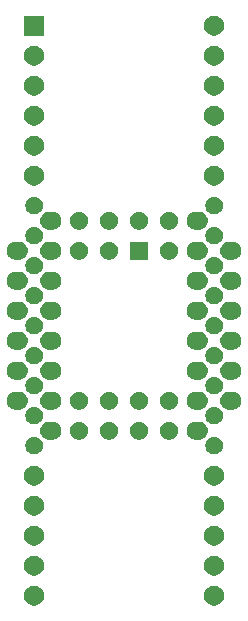
<source format=gbr>
G04 #@! TF.GenerationSoftware,KiCad,Pcbnew,(5.1.5)-3*
G04 #@! TF.CreationDate,2020-04-26T18:15:54+02:00*
G04 #@! TF.ProjectId,plcc44_adapter,706c6363-3434-45f6-9164-61707465722e,rev?*
G04 #@! TF.SameCoordinates,Original*
G04 #@! TF.FileFunction,Soldermask,Bot*
G04 #@! TF.FilePolarity,Negative*
%FSLAX46Y46*%
G04 Gerber Fmt 4.6, Leading zero omitted, Abs format (unit mm)*
G04 Created by KiCad (PCBNEW (5.1.5)-3) date 2020-04-26 18:15:54*
%MOMM*%
%LPD*%
G04 APERTURE LIST*
%ADD10C,0.100000*%
G04 APERTURE END LIST*
D10*
G36*
X180647229Y-101340704D02*
G01*
X180802101Y-101404854D01*
X180941482Y-101497986D01*
X181060016Y-101616520D01*
X181153148Y-101755901D01*
X181217298Y-101910773D01*
X181250001Y-102075185D01*
X181250001Y-102242817D01*
X181217298Y-102407229D01*
X181153148Y-102562101D01*
X181060016Y-102701482D01*
X180941482Y-102820016D01*
X180802101Y-102913148D01*
X180647229Y-102977298D01*
X180482817Y-103010001D01*
X180315185Y-103010001D01*
X180150773Y-102977298D01*
X179995901Y-102913148D01*
X179856520Y-102820016D01*
X179737986Y-102701482D01*
X179644854Y-102562101D01*
X179580704Y-102407229D01*
X179548001Y-102242817D01*
X179548001Y-102075185D01*
X179580704Y-101910773D01*
X179644854Y-101755901D01*
X179737986Y-101616520D01*
X179856520Y-101497986D01*
X179995901Y-101404854D01*
X180150773Y-101340704D01*
X180315185Y-101308001D01*
X180482817Y-101308001D01*
X180647229Y-101340704D01*
G37*
G36*
X165407229Y-101340704D02*
G01*
X165562101Y-101404854D01*
X165701482Y-101497986D01*
X165820016Y-101616520D01*
X165913148Y-101755901D01*
X165977298Y-101910773D01*
X166010001Y-102075185D01*
X166010001Y-102242817D01*
X165977298Y-102407229D01*
X165913148Y-102562101D01*
X165820016Y-102701482D01*
X165701482Y-102820016D01*
X165562101Y-102913148D01*
X165407229Y-102977298D01*
X165242817Y-103010001D01*
X165075185Y-103010001D01*
X164910773Y-102977298D01*
X164755901Y-102913148D01*
X164616520Y-102820016D01*
X164497986Y-102701482D01*
X164404854Y-102562101D01*
X164340704Y-102407229D01*
X164308001Y-102242817D01*
X164308001Y-102075185D01*
X164340704Y-101910773D01*
X164404854Y-101755901D01*
X164497986Y-101616520D01*
X164616520Y-101497986D01*
X164755901Y-101404854D01*
X164910773Y-101340704D01*
X165075185Y-101308001D01*
X165242817Y-101308001D01*
X165407229Y-101340704D01*
G37*
G36*
X180647229Y-98800704D02*
G01*
X180802101Y-98864854D01*
X180941482Y-98957986D01*
X181060016Y-99076520D01*
X181153148Y-99215901D01*
X181217298Y-99370773D01*
X181250001Y-99535185D01*
X181250001Y-99702817D01*
X181217298Y-99867229D01*
X181153148Y-100022101D01*
X181060016Y-100161482D01*
X180941482Y-100280016D01*
X180802101Y-100373148D01*
X180647229Y-100437298D01*
X180482817Y-100470001D01*
X180315185Y-100470001D01*
X180150773Y-100437298D01*
X179995901Y-100373148D01*
X179856520Y-100280016D01*
X179737986Y-100161482D01*
X179644854Y-100022101D01*
X179580704Y-99867229D01*
X179548001Y-99702817D01*
X179548001Y-99535185D01*
X179580704Y-99370773D01*
X179644854Y-99215901D01*
X179737986Y-99076520D01*
X179856520Y-98957986D01*
X179995901Y-98864854D01*
X180150773Y-98800704D01*
X180315185Y-98768001D01*
X180482817Y-98768001D01*
X180647229Y-98800704D01*
G37*
G36*
X165407229Y-98800704D02*
G01*
X165562101Y-98864854D01*
X165701482Y-98957986D01*
X165820016Y-99076520D01*
X165913148Y-99215901D01*
X165977298Y-99370773D01*
X166010001Y-99535185D01*
X166010001Y-99702817D01*
X165977298Y-99867229D01*
X165913148Y-100022101D01*
X165820016Y-100161482D01*
X165701482Y-100280016D01*
X165562101Y-100373148D01*
X165407229Y-100437298D01*
X165242817Y-100470001D01*
X165075185Y-100470001D01*
X164910773Y-100437298D01*
X164755901Y-100373148D01*
X164616520Y-100280016D01*
X164497986Y-100161482D01*
X164404854Y-100022101D01*
X164340704Y-99867229D01*
X164308001Y-99702817D01*
X164308001Y-99535185D01*
X164340704Y-99370773D01*
X164404854Y-99215901D01*
X164497986Y-99076520D01*
X164616520Y-98957986D01*
X164755901Y-98864854D01*
X164910773Y-98800704D01*
X165075185Y-98768001D01*
X165242817Y-98768001D01*
X165407229Y-98800704D01*
G37*
G36*
X180647229Y-96260704D02*
G01*
X180802101Y-96324854D01*
X180941482Y-96417986D01*
X181060016Y-96536520D01*
X181153148Y-96675901D01*
X181217298Y-96830773D01*
X181250001Y-96995185D01*
X181250001Y-97162817D01*
X181217298Y-97327229D01*
X181153148Y-97482101D01*
X181060016Y-97621482D01*
X180941482Y-97740016D01*
X180802101Y-97833148D01*
X180647229Y-97897298D01*
X180482817Y-97930001D01*
X180315185Y-97930001D01*
X180150773Y-97897298D01*
X179995901Y-97833148D01*
X179856520Y-97740016D01*
X179737986Y-97621482D01*
X179644854Y-97482101D01*
X179580704Y-97327229D01*
X179548001Y-97162817D01*
X179548001Y-96995185D01*
X179580704Y-96830773D01*
X179644854Y-96675901D01*
X179737986Y-96536520D01*
X179856520Y-96417986D01*
X179995901Y-96324854D01*
X180150773Y-96260704D01*
X180315185Y-96228001D01*
X180482817Y-96228001D01*
X180647229Y-96260704D01*
G37*
G36*
X165407229Y-96260704D02*
G01*
X165562101Y-96324854D01*
X165701482Y-96417986D01*
X165820016Y-96536520D01*
X165913148Y-96675901D01*
X165977298Y-96830773D01*
X166010001Y-96995185D01*
X166010001Y-97162817D01*
X165977298Y-97327229D01*
X165913148Y-97482101D01*
X165820016Y-97621482D01*
X165701482Y-97740016D01*
X165562101Y-97833148D01*
X165407229Y-97897298D01*
X165242817Y-97930001D01*
X165075185Y-97930001D01*
X164910773Y-97897298D01*
X164755901Y-97833148D01*
X164616520Y-97740016D01*
X164497986Y-97621482D01*
X164404854Y-97482101D01*
X164340704Y-97327229D01*
X164308001Y-97162817D01*
X164308001Y-96995185D01*
X164340704Y-96830773D01*
X164404854Y-96675901D01*
X164497986Y-96536520D01*
X164616520Y-96417986D01*
X164755901Y-96324854D01*
X164910773Y-96260704D01*
X165075185Y-96228001D01*
X165242817Y-96228001D01*
X165407229Y-96260704D01*
G37*
G36*
X165407229Y-93720704D02*
G01*
X165562101Y-93784854D01*
X165701482Y-93877986D01*
X165820016Y-93996520D01*
X165913148Y-94135901D01*
X165977298Y-94290773D01*
X166010001Y-94455185D01*
X166010001Y-94622817D01*
X165977298Y-94787229D01*
X165913148Y-94942101D01*
X165820016Y-95081482D01*
X165701482Y-95200016D01*
X165562101Y-95293148D01*
X165407229Y-95357298D01*
X165242817Y-95390001D01*
X165075185Y-95390001D01*
X164910773Y-95357298D01*
X164755901Y-95293148D01*
X164616520Y-95200016D01*
X164497986Y-95081482D01*
X164404854Y-94942101D01*
X164340704Y-94787229D01*
X164308001Y-94622817D01*
X164308001Y-94455185D01*
X164340704Y-94290773D01*
X164404854Y-94135901D01*
X164497986Y-93996520D01*
X164616520Y-93877986D01*
X164755901Y-93784854D01*
X164910773Y-93720704D01*
X165075185Y-93688001D01*
X165242817Y-93688001D01*
X165407229Y-93720704D01*
G37*
G36*
X180647229Y-93720704D02*
G01*
X180802101Y-93784854D01*
X180941482Y-93877986D01*
X181060016Y-93996520D01*
X181153148Y-94135901D01*
X181217298Y-94290773D01*
X181250001Y-94455185D01*
X181250001Y-94622817D01*
X181217298Y-94787229D01*
X181153148Y-94942101D01*
X181060016Y-95081482D01*
X180941482Y-95200016D01*
X180802101Y-95293148D01*
X180647229Y-95357298D01*
X180482817Y-95390001D01*
X180315185Y-95390001D01*
X180150773Y-95357298D01*
X179995901Y-95293148D01*
X179856520Y-95200016D01*
X179737986Y-95081482D01*
X179644854Y-94942101D01*
X179580704Y-94787229D01*
X179548001Y-94622817D01*
X179548001Y-94455185D01*
X179580704Y-94290773D01*
X179644854Y-94135901D01*
X179737986Y-93996520D01*
X179856520Y-93877986D01*
X179995901Y-93784854D01*
X180150773Y-93720704D01*
X180315185Y-93688001D01*
X180482817Y-93688001D01*
X180647229Y-93720704D01*
G37*
G36*
X165407229Y-91180704D02*
G01*
X165562101Y-91244854D01*
X165701482Y-91337986D01*
X165820016Y-91456520D01*
X165913148Y-91595901D01*
X165977298Y-91750773D01*
X166010001Y-91915185D01*
X166010001Y-92082817D01*
X165977298Y-92247229D01*
X165913148Y-92402101D01*
X165820016Y-92541482D01*
X165701482Y-92660016D01*
X165562101Y-92753148D01*
X165407229Y-92817298D01*
X165242817Y-92850001D01*
X165075185Y-92850001D01*
X164910773Y-92817298D01*
X164755901Y-92753148D01*
X164616520Y-92660016D01*
X164497986Y-92541482D01*
X164404854Y-92402101D01*
X164340704Y-92247229D01*
X164308001Y-92082817D01*
X164308001Y-91915185D01*
X164340704Y-91750773D01*
X164404854Y-91595901D01*
X164497986Y-91456520D01*
X164616520Y-91337986D01*
X164755901Y-91244854D01*
X164910773Y-91180704D01*
X165075185Y-91148001D01*
X165242817Y-91148001D01*
X165407229Y-91180704D01*
G37*
G36*
X180647229Y-91180704D02*
G01*
X180802101Y-91244854D01*
X180941482Y-91337986D01*
X181060016Y-91456520D01*
X181153148Y-91595901D01*
X181217298Y-91750773D01*
X181250001Y-91915185D01*
X181250001Y-92082817D01*
X181217298Y-92247229D01*
X181153148Y-92402101D01*
X181060016Y-92541482D01*
X180941482Y-92660016D01*
X180802101Y-92753148D01*
X180647229Y-92817298D01*
X180482817Y-92850001D01*
X180315185Y-92850001D01*
X180150773Y-92817298D01*
X179995901Y-92753148D01*
X179856520Y-92660016D01*
X179737986Y-92541482D01*
X179644854Y-92402101D01*
X179580704Y-92247229D01*
X179548001Y-92082817D01*
X179548001Y-91915185D01*
X179580704Y-91750773D01*
X179644854Y-91595901D01*
X179737986Y-91456520D01*
X179856520Y-91337986D01*
X179995901Y-91244854D01*
X180150773Y-91180704D01*
X180315185Y-91148001D01*
X180482817Y-91148001D01*
X180647229Y-91180704D01*
G37*
G36*
X180585397Y-88730364D02*
G01*
X180618060Y-88736861D01*
X180754733Y-88793473D01*
X180877736Y-88875661D01*
X180982341Y-88980266D01*
X181064529Y-89103269D01*
X181121141Y-89239942D01*
X181150001Y-89385034D01*
X181150001Y-89532968D01*
X181121141Y-89678060D01*
X181064529Y-89814733D01*
X180982341Y-89937736D01*
X180877736Y-90042341D01*
X180754733Y-90124529D01*
X180754732Y-90124530D01*
X180754731Y-90124530D01*
X180618060Y-90181141D01*
X180472969Y-90210001D01*
X180325033Y-90210001D01*
X180179942Y-90181141D01*
X180043271Y-90124530D01*
X180043270Y-90124530D01*
X180043269Y-90124529D01*
X179920266Y-90042341D01*
X179815661Y-89937736D01*
X179733473Y-89814733D01*
X179676861Y-89678060D01*
X179648001Y-89532968D01*
X179648001Y-89385034D01*
X179676861Y-89239942D01*
X179733473Y-89103269D01*
X179815661Y-88980266D01*
X179920266Y-88875661D01*
X180043269Y-88793473D01*
X180179942Y-88736861D01*
X180212605Y-88730364D01*
X180325033Y-88708001D01*
X180472969Y-88708001D01*
X180585397Y-88730364D01*
G37*
G36*
X165345397Y-88730364D02*
G01*
X165378060Y-88736861D01*
X165514733Y-88793473D01*
X165637736Y-88875661D01*
X165742341Y-88980266D01*
X165824529Y-89103269D01*
X165881141Y-89239942D01*
X165910001Y-89385034D01*
X165910001Y-89532968D01*
X165881141Y-89678060D01*
X165824529Y-89814733D01*
X165742341Y-89937736D01*
X165637736Y-90042341D01*
X165514733Y-90124529D01*
X165514732Y-90124530D01*
X165514731Y-90124530D01*
X165378060Y-90181141D01*
X165232969Y-90210001D01*
X165085033Y-90210001D01*
X164939942Y-90181141D01*
X164803271Y-90124530D01*
X164803270Y-90124530D01*
X164803269Y-90124529D01*
X164680266Y-90042341D01*
X164575661Y-89937736D01*
X164493473Y-89814733D01*
X164436861Y-89678060D01*
X164408001Y-89532968D01*
X164408001Y-89385034D01*
X164436861Y-89239942D01*
X164493473Y-89103269D01*
X164575661Y-88980266D01*
X164680266Y-88875661D01*
X164803269Y-88793473D01*
X164939942Y-88736861D01*
X164972605Y-88730364D01*
X165085033Y-88708001D01*
X165232969Y-88708001D01*
X165345397Y-88730364D01*
G37*
G36*
X171723125Y-87455890D02*
G01*
X171861838Y-87513347D01*
X171986672Y-87596758D01*
X172092842Y-87702928D01*
X172176253Y-87827762D01*
X172233710Y-87966475D01*
X172263000Y-88113729D01*
X172263000Y-88263871D01*
X172233710Y-88411125D01*
X172176253Y-88549838D01*
X172092842Y-88674672D01*
X171986672Y-88780842D01*
X171861838Y-88864253D01*
X171723125Y-88921710D01*
X171575871Y-88951000D01*
X171425729Y-88951000D01*
X171278475Y-88921710D01*
X171139762Y-88864253D01*
X171014928Y-88780842D01*
X170908758Y-88674672D01*
X170825347Y-88549838D01*
X170767890Y-88411125D01*
X170738600Y-88263871D01*
X170738600Y-88113729D01*
X170767890Y-87966475D01*
X170825347Y-87827762D01*
X170908758Y-87702928D01*
X171014928Y-87596758D01*
X171139762Y-87513347D01*
X171278475Y-87455890D01*
X171425729Y-87426600D01*
X171575871Y-87426600D01*
X171723125Y-87455890D01*
G37*
G36*
X176803125Y-87455890D02*
G01*
X176941838Y-87513347D01*
X177066672Y-87596758D01*
X177172842Y-87702928D01*
X177256253Y-87827762D01*
X177313710Y-87966475D01*
X177343000Y-88113729D01*
X177343000Y-88263871D01*
X177313710Y-88411125D01*
X177256253Y-88549838D01*
X177172842Y-88674672D01*
X177066672Y-88780842D01*
X176941838Y-88864253D01*
X176803125Y-88921710D01*
X176655871Y-88951000D01*
X176505729Y-88951000D01*
X176358475Y-88921710D01*
X176219762Y-88864253D01*
X176094928Y-88780842D01*
X175988758Y-88674672D01*
X175905347Y-88549838D01*
X175847890Y-88411125D01*
X175818600Y-88263871D01*
X175818600Y-88113729D01*
X175847890Y-87966475D01*
X175905347Y-87827762D01*
X175988758Y-87702928D01*
X176094928Y-87596758D01*
X176219762Y-87513347D01*
X176358475Y-87455890D01*
X176505729Y-87426600D01*
X176655871Y-87426600D01*
X176803125Y-87455890D01*
G37*
G36*
X174263125Y-87455890D02*
G01*
X174401838Y-87513347D01*
X174526672Y-87596758D01*
X174632842Y-87702928D01*
X174716253Y-87827762D01*
X174773710Y-87966475D01*
X174803000Y-88113729D01*
X174803000Y-88263871D01*
X174773710Y-88411125D01*
X174716253Y-88549838D01*
X174632842Y-88674672D01*
X174526672Y-88780842D01*
X174401838Y-88864253D01*
X174263125Y-88921710D01*
X174115871Y-88951000D01*
X173965729Y-88951000D01*
X173818475Y-88921710D01*
X173679762Y-88864253D01*
X173554928Y-88780842D01*
X173448758Y-88674672D01*
X173365347Y-88549838D01*
X173307890Y-88411125D01*
X173278600Y-88263871D01*
X173278600Y-88113729D01*
X173307890Y-87966475D01*
X173365347Y-87827762D01*
X173448758Y-87702928D01*
X173554928Y-87596758D01*
X173679762Y-87513347D01*
X173818475Y-87455890D01*
X173965729Y-87426600D01*
X174115871Y-87426600D01*
X174263125Y-87455890D01*
G37*
G36*
X169183125Y-87455890D02*
G01*
X169321838Y-87513347D01*
X169446672Y-87596758D01*
X169552842Y-87702928D01*
X169636253Y-87827762D01*
X169693710Y-87966475D01*
X169723000Y-88113729D01*
X169723000Y-88263871D01*
X169693710Y-88411125D01*
X169636253Y-88549838D01*
X169552842Y-88674672D01*
X169446672Y-88780842D01*
X169321838Y-88864253D01*
X169183125Y-88921710D01*
X169035871Y-88951000D01*
X168885729Y-88951000D01*
X168738475Y-88921710D01*
X168599762Y-88864253D01*
X168474928Y-88780842D01*
X168368758Y-88674672D01*
X168285347Y-88549838D01*
X168227890Y-88411125D01*
X168198600Y-88263871D01*
X168198600Y-88113729D01*
X168227890Y-87966475D01*
X168285347Y-87827762D01*
X168368758Y-87702928D01*
X168474928Y-87596758D01*
X168599762Y-87513347D01*
X168738475Y-87455890D01*
X168885729Y-87426600D01*
X169035871Y-87426600D01*
X169183125Y-87455890D01*
G37*
G36*
X166803026Y-87432114D02*
G01*
X166859017Y-87437629D01*
X166965308Y-87469872D01*
X167002696Y-87481214D01*
X167135103Y-87551987D01*
X167251164Y-87647236D01*
X167346413Y-87763297D01*
X167417186Y-87895704D01*
X167417187Y-87895708D01*
X167460771Y-88039383D01*
X167475487Y-88188800D01*
X167460771Y-88338217D01*
X167438654Y-88411125D01*
X167417186Y-88481896D01*
X167346413Y-88614303D01*
X167251164Y-88730364D01*
X167135103Y-88825613D01*
X167002696Y-88896386D01*
X166965308Y-88907728D01*
X166859017Y-88939971D01*
X166803026Y-88945485D01*
X166747037Y-88951000D01*
X166394563Y-88951000D01*
X166338574Y-88945485D01*
X166282583Y-88939971D01*
X166176292Y-88907728D01*
X166138904Y-88896386D01*
X166006497Y-88825613D01*
X165890436Y-88730364D01*
X165795187Y-88614303D01*
X165724414Y-88481896D01*
X165702946Y-88411125D01*
X165680829Y-88338217D01*
X165666113Y-88188800D01*
X165680829Y-88039383D01*
X165724413Y-87895708D01*
X165724414Y-87895704D01*
X165795187Y-87763297D01*
X165890436Y-87647236D01*
X166006497Y-87551987D01*
X166138904Y-87481214D01*
X166176292Y-87469872D01*
X166282583Y-87437629D01*
X166338574Y-87432114D01*
X166394563Y-87426600D01*
X166747037Y-87426600D01*
X166803026Y-87432114D01*
G37*
G36*
X179203026Y-87432114D02*
G01*
X179259017Y-87437629D01*
X179365308Y-87469872D01*
X179402696Y-87481214D01*
X179535103Y-87551987D01*
X179651164Y-87647236D01*
X179746413Y-87763297D01*
X179817186Y-87895704D01*
X179817187Y-87895708D01*
X179860771Y-88039383D01*
X179875487Y-88188800D01*
X179860771Y-88338217D01*
X179838654Y-88411125D01*
X179817186Y-88481896D01*
X179746413Y-88614303D01*
X179651164Y-88730364D01*
X179535103Y-88825613D01*
X179402696Y-88896386D01*
X179365308Y-88907728D01*
X179259017Y-88939971D01*
X179203026Y-88945486D01*
X179147037Y-88951000D01*
X178794563Y-88951000D01*
X178738574Y-88945485D01*
X178682583Y-88939971D01*
X178576292Y-88907728D01*
X178538904Y-88896386D01*
X178406497Y-88825613D01*
X178290436Y-88730364D01*
X178195187Y-88614303D01*
X178124414Y-88481896D01*
X178102946Y-88411125D01*
X178080829Y-88338217D01*
X178066113Y-88188800D01*
X178080829Y-88039383D01*
X178124413Y-87895708D01*
X178124414Y-87895704D01*
X178195187Y-87763297D01*
X178290436Y-87647236D01*
X178406497Y-87551987D01*
X178538904Y-87481214D01*
X178576292Y-87469872D01*
X178682583Y-87437629D01*
X178738574Y-87432114D01*
X178794563Y-87426600D01*
X179147037Y-87426600D01*
X179203026Y-87432114D01*
G37*
G36*
X180585397Y-86190364D02*
G01*
X180618060Y-86196861D01*
X180754733Y-86253473D01*
X180877736Y-86335661D01*
X180982341Y-86440266D01*
X181064529Y-86563269D01*
X181121141Y-86699942D01*
X181150001Y-86845034D01*
X181150001Y-86992968D01*
X181121141Y-87138060D01*
X181064529Y-87274733D01*
X180982341Y-87397736D01*
X180877736Y-87502341D01*
X180754733Y-87584529D01*
X180754732Y-87584530D01*
X180754731Y-87584530D01*
X180618060Y-87641141D01*
X180472969Y-87670001D01*
X180325033Y-87670001D01*
X180179942Y-87641141D01*
X180043271Y-87584530D01*
X180043270Y-87584530D01*
X180043269Y-87584529D01*
X179920266Y-87502341D01*
X179815661Y-87397736D01*
X179733473Y-87274733D01*
X179676861Y-87138060D01*
X179648001Y-86992968D01*
X179648001Y-86845034D01*
X179676861Y-86699942D01*
X179733473Y-86563269D01*
X179815661Y-86440266D01*
X179920266Y-86335661D01*
X180043269Y-86253473D01*
X180179942Y-86196861D01*
X180212605Y-86190364D01*
X180325033Y-86168001D01*
X180472969Y-86168001D01*
X180585397Y-86190364D01*
G37*
G36*
X165345397Y-86190364D02*
G01*
X165378060Y-86196861D01*
X165514733Y-86253473D01*
X165637736Y-86335661D01*
X165742341Y-86440266D01*
X165824529Y-86563269D01*
X165881141Y-86699942D01*
X165910001Y-86845034D01*
X165910001Y-86992968D01*
X165881141Y-87138060D01*
X165824529Y-87274733D01*
X165742341Y-87397736D01*
X165637736Y-87502341D01*
X165514733Y-87584529D01*
X165514732Y-87584530D01*
X165514731Y-87584530D01*
X165378060Y-87641141D01*
X165232969Y-87670001D01*
X165085033Y-87670001D01*
X164939942Y-87641141D01*
X164803271Y-87584530D01*
X164803270Y-87584530D01*
X164803269Y-87584529D01*
X164680266Y-87502341D01*
X164575661Y-87397736D01*
X164493473Y-87274733D01*
X164436861Y-87138060D01*
X164408001Y-86992968D01*
X164408001Y-86845034D01*
X164436861Y-86699942D01*
X164493473Y-86563269D01*
X164575661Y-86440266D01*
X164680266Y-86335661D01*
X164803269Y-86253473D01*
X164939942Y-86196861D01*
X164972605Y-86190364D01*
X165085033Y-86168001D01*
X165232969Y-86168001D01*
X165345397Y-86190364D01*
G37*
G36*
X169183125Y-84915890D02*
G01*
X169321838Y-84973347D01*
X169446672Y-85056758D01*
X169552842Y-85162928D01*
X169636253Y-85287762D01*
X169693710Y-85426475D01*
X169723000Y-85573729D01*
X169723000Y-85723871D01*
X169693710Y-85871125D01*
X169636253Y-86009838D01*
X169552842Y-86134672D01*
X169446672Y-86240842D01*
X169321838Y-86324253D01*
X169183125Y-86381710D01*
X169035871Y-86411000D01*
X168885729Y-86411000D01*
X168738475Y-86381710D01*
X168599762Y-86324253D01*
X168474928Y-86240842D01*
X168368758Y-86134672D01*
X168285347Y-86009838D01*
X168227890Y-85871125D01*
X168198600Y-85723871D01*
X168198600Y-85573729D01*
X168227890Y-85426475D01*
X168285347Y-85287762D01*
X168368758Y-85162928D01*
X168474928Y-85056758D01*
X168599762Y-84973347D01*
X168738475Y-84915890D01*
X168885729Y-84886600D01*
X169035871Y-84886600D01*
X169183125Y-84915890D01*
G37*
G36*
X182043026Y-84892114D02*
G01*
X182099017Y-84897629D01*
X182205308Y-84929872D01*
X182242696Y-84941214D01*
X182375103Y-85011987D01*
X182491164Y-85107236D01*
X182586413Y-85223297D01*
X182657186Y-85355704D01*
X182657187Y-85355708D01*
X182700771Y-85499383D01*
X182715487Y-85648800D01*
X182700771Y-85798217D01*
X182678654Y-85871125D01*
X182657186Y-85941896D01*
X182586413Y-86074303D01*
X182491164Y-86190364D01*
X182375103Y-86285613D01*
X182242696Y-86356386D01*
X182205308Y-86367728D01*
X182099017Y-86399971D01*
X182043026Y-86405485D01*
X181987037Y-86411000D01*
X181634563Y-86411000D01*
X181578574Y-86405485D01*
X181522583Y-86399971D01*
X181416292Y-86367728D01*
X181378904Y-86356386D01*
X181246497Y-86285613D01*
X181130436Y-86190364D01*
X181035187Y-86074303D01*
X180964414Y-85941896D01*
X180942946Y-85871125D01*
X180920829Y-85798217D01*
X180906113Y-85648800D01*
X180920829Y-85499383D01*
X180964413Y-85355708D01*
X180964414Y-85355704D01*
X181035187Y-85223297D01*
X181130436Y-85107236D01*
X181246497Y-85011987D01*
X181378904Y-84941214D01*
X181416292Y-84929872D01*
X181522583Y-84897629D01*
X181578574Y-84892114D01*
X181634563Y-84886600D01*
X181987037Y-84886600D01*
X182043026Y-84892114D01*
G37*
G36*
X179203026Y-84892114D02*
G01*
X179259017Y-84897629D01*
X179365308Y-84929872D01*
X179402696Y-84941214D01*
X179535103Y-85011987D01*
X179651164Y-85107236D01*
X179746413Y-85223297D01*
X179817186Y-85355704D01*
X179817187Y-85355708D01*
X179860771Y-85499383D01*
X179875487Y-85648800D01*
X179860771Y-85798217D01*
X179838654Y-85871125D01*
X179817186Y-85941896D01*
X179746413Y-86074303D01*
X179651164Y-86190364D01*
X179535103Y-86285613D01*
X179402696Y-86356386D01*
X179365308Y-86367728D01*
X179259017Y-86399971D01*
X179203026Y-86405485D01*
X179147037Y-86411000D01*
X178794563Y-86411000D01*
X178738574Y-86405485D01*
X178682583Y-86399971D01*
X178576292Y-86367728D01*
X178538904Y-86356386D01*
X178406497Y-86285613D01*
X178290436Y-86190364D01*
X178195187Y-86074303D01*
X178124414Y-85941896D01*
X178102946Y-85871125D01*
X178080829Y-85798217D01*
X178066113Y-85648800D01*
X178080829Y-85499383D01*
X178124413Y-85355708D01*
X178124414Y-85355704D01*
X178195187Y-85223297D01*
X178290436Y-85107236D01*
X178406497Y-85011987D01*
X178538904Y-84941214D01*
X178576292Y-84929872D01*
X178682583Y-84897629D01*
X178738574Y-84892114D01*
X178794563Y-84886600D01*
X179147037Y-84886600D01*
X179203026Y-84892114D01*
G37*
G36*
X174263125Y-84915890D02*
G01*
X174401838Y-84973347D01*
X174526672Y-85056758D01*
X174632842Y-85162928D01*
X174716253Y-85287762D01*
X174773710Y-85426475D01*
X174803000Y-85573729D01*
X174803000Y-85723871D01*
X174773710Y-85871125D01*
X174716253Y-86009838D01*
X174632842Y-86134672D01*
X174526672Y-86240842D01*
X174401838Y-86324253D01*
X174263125Y-86381710D01*
X174115871Y-86411000D01*
X173965729Y-86411000D01*
X173818475Y-86381710D01*
X173679762Y-86324253D01*
X173554928Y-86240842D01*
X173448758Y-86134672D01*
X173365347Y-86009838D01*
X173307890Y-85871125D01*
X173278600Y-85723871D01*
X173278600Y-85573729D01*
X173307890Y-85426475D01*
X173365347Y-85287762D01*
X173448758Y-85162928D01*
X173554928Y-85056758D01*
X173679762Y-84973347D01*
X173818475Y-84915890D01*
X173965729Y-84886600D01*
X174115871Y-84886600D01*
X174263125Y-84915890D01*
G37*
G36*
X163963026Y-84892114D02*
G01*
X164019017Y-84897629D01*
X164125308Y-84929872D01*
X164162696Y-84941214D01*
X164295103Y-85011987D01*
X164411164Y-85107236D01*
X164506413Y-85223297D01*
X164577186Y-85355704D01*
X164577187Y-85355708D01*
X164620771Y-85499383D01*
X164635487Y-85648800D01*
X164620771Y-85798217D01*
X164598654Y-85871125D01*
X164577186Y-85941896D01*
X164506413Y-86074303D01*
X164411164Y-86190364D01*
X164295103Y-86285613D01*
X164162696Y-86356386D01*
X164125308Y-86367728D01*
X164019017Y-86399971D01*
X163963026Y-86405485D01*
X163907037Y-86411000D01*
X163554563Y-86411000D01*
X163498574Y-86405485D01*
X163442583Y-86399971D01*
X163336292Y-86367728D01*
X163298904Y-86356386D01*
X163166497Y-86285613D01*
X163050436Y-86190364D01*
X162955187Y-86074303D01*
X162884414Y-85941896D01*
X162862946Y-85871125D01*
X162840829Y-85798217D01*
X162826113Y-85648800D01*
X162840829Y-85499383D01*
X162884413Y-85355708D01*
X162884414Y-85355704D01*
X162955187Y-85223297D01*
X163050436Y-85107236D01*
X163166497Y-85011987D01*
X163298904Y-84941214D01*
X163336292Y-84929872D01*
X163442583Y-84897629D01*
X163498574Y-84892114D01*
X163554563Y-84886600D01*
X163907037Y-84886600D01*
X163963026Y-84892114D01*
G37*
G36*
X176803125Y-84915890D02*
G01*
X176941838Y-84973347D01*
X177066672Y-85056758D01*
X177172842Y-85162928D01*
X177256253Y-85287762D01*
X177313710Y-85426475D01*
X177343000Y-85573729D01*
X177343000Y-85723871D01*
X177313710Y-85871125D01*
X177256253Y-86009838D01*
X177172842Y-86134672D01*
X177066672Y-86240842D01*
X176941838Y-86324253D01*
X176803125Y-86381710D01*
X176655871Y-86411000D01*
X176505729Y-86411000D01*
X176358475Y-86381710D01*
X176219762Y-86324253D01*
X176094928Y-86240842D01*
X175988758Y-86134672D01*
X175905347Y-86009838D01*
X175847890Y-85871125D01*
X175818600Y-85723871D01*
X175818600Y-85573729D01*
X175847890Y-85426475D01*
X175905347Y-85287762D01*
X175988758Y-85162928D01*
X176094928Y-85056758D01*
X176219762Y-84973347D01*
X176358475Y-84915890D01*
X176505729Y-84886600D01*
X176655871Y-84886600D01*
X176803125Y-84915890D01*
G37*
G36*
X171723125Y-84915890D02*
G01*
X171861838Y-84973347D01*
X171986672Y-85056758D01*
X172092842Y-85162928D01*
X172176253Y-85287762D01*
X172233710Y-85426475D01*
X172263000Y-85573729D01*
X172263000Y-85723871D01*
X172233710Y-85871125D01*
X172176253Y-86009838D01*
X172092842Y-86134672D01*
X171986672Y-86240842D01*
X171861838Y-86324253D01*
X171723125Y-86381710D01*
X171575871Y-86411000D01*
X171425729Y-86411000D01*
X171278475Y-86381710D01*
X171139762Y-86324253D01*
X171014928Y-86240842D01*
X170908758Y-86134672D01*
X170825347Y-86009838D01*
X170767890Y-85871125D01*
X170738600Y-85723871D01*
X170738600Y-85573729D01*
X170767890Y-85426475D01*
X170825347Y-85287762D01*
X170908758Y-85162928D01*
X171014928Y-85056758D01*
X171139762Y-84973347D01*
X171278475Y-84915890D01*
X171425729Y-84886600D01*
X171575871Y-84886600D01*
X171723125Y-84915890D01*
G37*
G36*
X166803026Y-84892114D02*
G01*
X166859017Y-84897629D01*
X166965308Y-84929872D01*
X167002696Y-84941214D01*
X167135103Y-85011987D01*
X167251164Y-85107236D01*
X167346413Y-85223297D01*
X167417186Y-85355704D01*
X167417187Y-85355708D01*
X167460771Y-85499383D01*
X167475487Y-85648800D01*
X167460771Y-85798217D01*
X167438654Y-85871125D01*
X167417186Y-85941896D01*
X167346413Y-86074303D01*
X167251164Y-86190364D01*
X167135103Y-86285613D01*
X167002696Y-86356386D01*
X166965308Y-86367728D01*
X166859017Y-86399971D01*
X166803026Y-86405485D01*
X166747037Y-86411000D01*
X166394563Y-86411000D01*
X166338574Y-86405485D01*
X166282583Y-86399971D01*
X166176292Y-86367728D01*
X166138904Y-86356386D01*
X166006497Y-86285613D01*
X165890436Y-86190364D01*
X165795187Y-86074303D01*
X165724414Y-85941896D01*
X165702946Y-85871125D01*
X165680829Y-85798217D01*
X165666113Y-85648800D01*
X165680829Y-85499383D01*
X165724413Y-85355708D01*
X165724414Y-85355704D01*
X165795187Y-85223297D01*
X165890436Y-85107236D01*
X166006497Y-85011987D01*
X166138904Y-84941214D01*
X166176292Y-84929872D01*
X166282583Y-84897629D01*
X166338574Y-84892114D01*
X166394563Y-84886600D01*
X166747037Y-84886600D01*
X166803026Y-84892114D01*
G37*
G36*
X180585397Y-83650364D02*
G01*
X180618060Y-83656861D01*
X180754733Y-83713473D01*
X180877736Y-83795661D01*
X180982341Y-83900266D01*
X181064529Y-84023269D01*
X181121141Y-84159942D01*
X181150001Y-84305034D01*
X181150001Y-84452968D01*
X181121141Y-84598060D01*
X181064529Y-84734733D01*
X180982341Y-84857736D01*
X180877736Y-84962341D01*
X180754733Y-85044529D01*
X180754732Y-85044530D01*
X180754731Y-85044530D01*
X180618060Y-85101141D01*
X180472969Y-85130001D01*
X180325033Y-85130001D01*
X180179942Y-85101141D01*
X180043271Y-85044530D01*
X180043270Y-85044530D01*
X180043269Y-85044529D01*
X179920266Y-84962341D01*
X179815661Y-84857736D01*
X179733473Y-84734733D01*
X179676861Y-84598060D01*
X179648001Y-84452968D01*
X179648001Y-84305034D01*
X179676861Y-84159942D01*
X179733473Y-84023269D01*
X179815661Y-83900266D01*
X179920266Y-83795661D01*
X180043269Y-83713473D01*
X180179942Y-83656861D01*
X180212605Y-83650364D01*
X180325033Y-83628001D01*
X180472969Y-83628001D01*
X180585397Y-83650364D01*
G37*
G36*
X165345397Y-83650364D02*
G01*
X165378060Y-83656861D01*
X165514733Y-83713473D01*
X165637736Y-83795661D01*
X165742341Y-83900266D01*
X165824529Y-84023269D01*
X165881141Y-84159942D01*
X165910001Y-84305034D01*
X165910001Y-84452968D01*
X165881141Y-84598060D01*
X165824529Y-84734733D01*
X165742341Y-84857736D01*
X165637736Y-84962341D01*
X165514733Y-85044529D01*
X165514732Y-85044530D01*
X165514731Y-85044530D01*
X165378060Y-85101141D01*
X165232969Y-85130001D01*
X165085033Y-85130001D01*
X164939942Y-85101141D01*
X164803271Y-85044530D01*
X164803270Y-85044530D01*
X164803269Y-85044529D01*
X164680266Y-84962341D01*
X164575661Y-84857736D01*
X164493473Y-84734733D01*
X164436861Y-84598060D01*
X164408001Y-84452968D01*
X164408001Y-84305034D01*
X164436861Y-84159942D01*
X164493473Y-84023269D01*
X164575661Y-83900266D01*
X164680266Y-83795661D01*
X164803269Y-83713473D01*
X164939942Y-83656861D01*
X164972605Y-83650364D01*
X165085033Y-83628001D01*
X165232969Y-83628001D01*
X165345397Y-83650364D01*
G37*
G36*
X166803026Y-82352115D02*
G01*
X166859017Y-82357629D01*
X166965308Y-82389872D01*
X167002696Y-82401214D01*
X167135103Y-82471987D01*
X167251164Y-82567236D01*
X167346413Y-82683297D01*
X167417186Y-82815704D01*
X167417187Y-82815708D01*
X167460771Y-82959383D01*
X167475487Y-83108800D01*
X167460771Y-83258217D01*
X167428528Y-83364508D01*
X167417186Y-83401896D01*
X167346413Y-83534303D01*
X167251164Y-83650364D01*
X167135103Y-83745613D01*
X167002696Y-83816386D01*
X166965308Y-83827728D01*
X166859017Y-83859971D01*
X166803026Y-83865485D01*
X166747037Y-83871000D01*
X166394563Y-83871000D01*
X166338574Y-83865485D01*
X166282583Y-83859971D01*
X166176292Y-83827728D01*
X166138904Y-83816386D01*
X166006497Y-83745613D01*
X165890436Y-83650364D01*
X165795187Y-83534303D01*
X165724414Y-83401896D01*
X165713072Y-83364508D01*
X165680829Y-83258217D01*
X165666113Y-83108800D01*
X165680829Y-82959383D01*
X165724413Y-82815708D01*
X165724414Y-82815704D01*
X165795187Y-82683297D01*
X165890436Y-82567236D01*
X166006497Y-82471987D01*
X166138904Y-82401214D01*
X166176292Y-82389872D01*
X166282583Y-82357629D01*
X166338574Y-82352115D01*
X166394563Y-82346600D01*
X166747037Y-82346600D01*
X166803026Y-82352115D01*
G37*
G36*
X182043026Y-82352115D02*
G01*
X182099017Y-82357629D01*
X182205308Y-82389872D01*
X182242696Y-82401214D01*
X182375103Y-82471987D01*
X182491164Y-82567236D01*
X182586413Y-82683297D01*
X182657186Y-82815704D01*
X182657187Y-82815708D01*
X182700771Y-82959383D01*
X182715487Y-83108800D01*
X182700771Y-83258217D01*
X182668528Y-83364508D01*
X182657186Y-83401896D01*
X182586413Y-83534303D01*
X182491164Y-83650364D01*
X182375103Y-83745613D01*
X182242696Y-83816386D01*
X182205308Y-83827728D01*
X182099017Y-83859971D01*
X182043026Y-83865485D01*
X181987037Y-83871000D01*
X181634563Y-83871000D01*
X181578574Y-83865485D01*
X181522583Y-83859971D01*
X181416292Y-83827728D01*
X181378904Y-83816386D01*
X181246497Y-83745613D01*
X181130436Y-83650364D01*
X181035187Y-83534303D01*
X180964414Y-83401896D01*
X180953072Y-83364508D01*
X180920829Y-83258217D01*
X180906113Y-83108800D01*
X180920829Y-82959383D01*
X180964413Y-82815708D01*
X180964414Y-82815704D01*
X181035187Y-82683297D01*
X181130436Y-82567236D01*
X181246497Y-82471987D01*
X181378904Y-82401214D01*
X181416292Y-82389872D01*
X181522583Y-82357629D01*
X181578574Y-82352115D01*
X181634563Y-82346600D01*
X181987037Y-82346600D01*
X182043026Y-82352115D01*
G37*
G36*
X179203026Y-82352115D02*
G01*
X179259017Y-82357629D01*
X179365308Y-82389872D01*
X179402696Y-82401214D01*
X179535103Y-82471987D01*
X179651164Y-82567236D01*
X179746413Y-82683297D01*
X179817186Y-82815704D01*
X179817187Y-82815708D01*
X179860771Y-82959383D01*
X179875487Y-83108800D01*
X179860771Y-83258217D01*
X179828528Y-83364508D01*
X179817186Y-83401896D01*
X179746413Y-83534303D01*
X179651164Y-83650364D01*
X179535103Y-83745613D01*
X179402696Y-83816386D01*
X179365308Y-83827728D01*
X179259017Y-83859971D01*
X179203026Y-83865485D01*
X179147037Y-83871000D01*
X178794563Y-83871000D01*
X178738574Y-83865485D01*
X178682583Y-83859971D01*
X178576292Y-83827728D01*
X178538904Y-83816386D01*
X178406497Y-83745613D01*
X178290436Y-83650364D01*
X178195187Y-83534303D01*
X178124414Y-83401896D01*
X178113072Y-83364508D01*
X178080829Y-83258217D01*
X178066113Y-83108800D01*
X178080829Y-82959383D01*
X178124413Y-82815708D01*
X178124414Y-82815704D01*
X178195187Y-82683297D01*
X178290436Y-82567236D01*
X178406497Y-82471987D01*
X178538904Y-82401214D01*
X178576292Y-82389872D01*
X178682583Y-82357629D01*
X178738574Y-82352115D01*
X178794563Y-82346600D01*
X179147037Y-82346600D01*
X179203026Y-82352115D01*
G37*
G36*
X163963026Y-82352115D02*
G01*
X164019017Y-82357629D01*
X164125308Y-82389872D01*
X164162696Y-82401214D01*
X164295103Y-82471987D01*
X164411164Y-82567236D01*
X164506413Y-82683297D01*
X164577186Y-82815704D01*
X164577187Y-82815708D01*
X164620771Y-82959383D01*
X164635487Y-83108800D01*
X164620771Y-83258217D01*
X164588528Y-83364508D01*
X164577186Y-83401896D01*
X164506413Y-83534303D01*
X164411164Y-83650364D01*
X164295103Y-83745613D01*
X164162696Y-83816386D01*
X164125308Y-83827728D01*
X164019017Y-83859971D01*
X163963026Y-83865485D01*
X163907037Y-83871000D01*
X163554563Y-83871000D01*
X163498574Y-83865485D01*
X163442583Y-83859971D01*
X163336292Y-83827728D01*
X163298904Y-83816386D01*
X163166497Y-83745613D01*
X163050436Y-83650364D01*
X162955187Y-83534303D01*
X162884414Y-83401896D01*
X162873072Y-83364508D01*
X162840829Y-83258217D01*
X162826113Y-83108800D01*
X162840829Y-82959383D01*
X162884413Y-82815708D01*
X162884414Y-82815704D01*
X162955187Y-82683297D01*
X163050436Y-82567236D01*
X163166497Y-82471987D01*
X163298904Y-82401214D01*
X163336292Y-82389872D01*
X163442583Y-82357629D01*
X163498574Y-82352115D01*
X163554563Y-82346600D01*
X163907037Y-82346600D01*
X163963026Y-82352115D01*
G37*
G36*
X180585397Y-81110364D02*
G01*
X180618060Y-81116861D01*
X180754733Y-81173473D01*
X180877736Y-81255661D01*
X180982341Y-81360266D01*
X181064529Y-81483269D01*
X181121141Y-81619942D01*
X181150001Y-81765034D01*
X181150001Y-81912968D01*
X181121141Y-82058060D01*
X181064529Y-82194733D01*
X180982341Y-82317736D01*
X180877736Y-82422341D01*
X180754733Y-82504529D01*
X180754732Y-82504530D01*
X180754731Y-82504530D01*
X180618060Y-82561141D01*
X180472969Y-82590001D01*
X180325033Y-82590001D01*
X180179942Y-82561141D01*
X180043271Y-82504530D01*
X180043270Y-82504530D01*
X180043269Y-82504529D01*
X179920266Y-82422341D01*
X179815661Y-82317736D01*
X179733473Y-82194733D01*
X179676861Y-82058060D01*
X179648001Y-81912968D01*
X179648001Y-81765034D01*
X179676861Y-81619942D01*
X179733473Y-81483269D01*
X179815661Y-81360266D01*
X179920266Y-81255661D01*
X180043269Y-81173473D01*
X180179942Y-81116861D01*
X180212605Y-81110364D01*
X180325033Y-81088001D01*
X180472969Y-81088001D01*
X180585397Y-81110364D01*
G37*
G36*
X165345397Y-81110364D02*
G01*
X165378060Y-81116861D01*
X165514733Y-81173473D01*
X165637736Y-81255661D01*
X165742341Y-81360266D01*
X165824529Y-81483269D01*
X165881141Y-81619942D01*
X165910001Y-81765034D01*
X165910001Y-81912968D01*
X165881141Y-82058060D01*
X165824529Y-82194733D01*
X165742341Y-82317736D01*
X165637736Y-82422341D01*
X165514733Y-82504529D01*
X165514732Y-82504530D01*
X165514731Y-82504530D01*
X165378060Y-82561141D01*
X165232969Y-82590001D01*
X165085033Y-82590001D01*
X164939942Y-82561141D01*
X164803271Y-82504530D01*
X164803270Y-82504530D01*
X164803269Y-82504529D01*
X164680266Y-82422341D01*
X164575661Y-82317736D01*
X164493473Y-82194733D01*
X164436861Y-82058060D01*
X164408001Y-81912968D01*
X164408001Y-81765034D01*
X164436861Y-81619942D01*
X164493473Y-81483269D01*
X164575661Y-81360266D01*
X164680266Y-81255661D01*
X164803269Y-81173473D01*
X164939942Y-81116861D01*
X164972605Y-81110364D01*
X165085033Y-81088001D01*
X165232969Y-81088001D01*
X165345397Y-81110364D01*
G37*
G36*
X179203026Y-79812115D02*
G01*
X179259017Y-79817629D01*
X179365308Y-79849872D01*
X179402696Y-79861214D01*
X179535103Y-79931987D01*
X179651164Y-80027236D01*
X179746413Y-80143297D01*
X179817186Y-80275704D01*
X179817187Y-80275708D01*
X179860771Y-80419383D01*
X179875487Y-80568800D01*
X179860771Y-80718217D01*
X179828528Y-80824508D01*
X179817186Y-80861896D01*
X179746413Y-80994303D01*
X179651164Y-81110364D01*
X179535103Y-81205613D01*
X179402696Y-81276386D01*
X179365308Y-81287728D01*
X179259017Y-81319971D01*
X179203026Y-81325486D01*
X179147037Y-81331000D01*
X178794563Y-81331000D01*
X178738574Y-81325486D01*
X178682583Y-81319971D01*
X178576292Y-81287728D01*
X178538904Y-81276386D01*
X178406497Y-81205613D01*
X178290436Y-81110364D01*
X178195187Y-80994303D01*
X178124414Y-80861896D01*
X178113072Y-80824508D01*
X178080829Y-80718217D01*
X178066113Y-80568800D01*
X178080829Y-80419383D01*
X178124413Y-80275708D01*
X178124414Y-80275704D01*
X178195187Y-80143297D01*
X178290436Y-80027236D01*
X178406497Y-79931987D01*
X178538904Y-79861214D01*
X178576292Y-79849872D01*
X178682583Y-79817629D01*
X178738574Y-79812115D01*
X178794563Y-79806600D01*
X179147037Y-79806600D01*
X179203026Y-79812115D01*
G37*
G36*
X182043026Y-79812115D02*
G01*
X182099017Y-79817629D01*
X182205308Y-79849872D01*
X182242696Y-79861214D01*
X182375103Y-79931987D01*
X182491164Y-80027236D01*
X182586413Y-80143297D01*
X182657186Y-80275704D01*
X182657187Y-80275708D01*
X182700771Y-80419383D01*
X182715487Y-80568800D01*
X182700771Y-80718217D01*
X182668528Y-80824508D01*
X182657186Y-80861896D01*
X182586413Y-80994303D01*
X182491164Y-81110364D01*
X182375103Y-81205613D01*
X182242696Y-81276386D01*
X182205308Y-81287728D01*
X182099017Y-81319971D01*
X182043026Y-81325486D01*
X181987037Y-81331000D01*
X181634563Y-81331000D01*
X181578574Y-81325486D01*
X181522583Y-81319971D01*
X181416292Y-81287728D01*
X181378904Y-81276386D01*
X181246497Y-81205613D01*
X181130436Y-81110364D01*
X181035187Y-80994303D01*
X180964414Y-80861896D01*
X180953072Y-80824508D01*
X180920829Y-80718217D01*
X180906113Y-80568800D01*
X180920829Y-80419383D01*
X180964413Y-80275708D01*
X180964414Y-80275704D01*
X181035187Y-80143297D01*
X181130436Y-80027236D01*
X181246497Y-79931987D01*
X181378904Y-79861214D01*
X181416292Y-79849872D01*
X181522583Y-79817629D01*
X181578574Y-79812115D01*
X181634563Y-79806600D01*
X181987037Y-79806600D01*
X182043026Y-79812115D01*
G37*
G36*
X163963026Y-79812115D02*
G01*
X164019017Y-79817629D01*
X164125308Y-79849872D01*
X164162696Y-79861214D01*
X164295103Y-79931987D01*
X164411164Y-80027236D01*
X164506413Y-80143297D01*
X164577186Y-80275704D01*
X164577187Y-80275708D01*
X164620771Y-80419383D01*
X164635487Y-80568800D01*
X164620771Y-80718217D01*
X164588528Y-80824508D01*
X164577186Y-80861896D01*
X164506413Y-80994303D01*
X164411164Y-81110364D01*
X164295103Y-81205613D01*
X164162696Y-81276386D01*
X164125308Y-81287728D01*
X164019017Y-81319971D01*
X163963026Y-81325486D01*
X163907037Y-81331000D01*
X163554563Y-81331000D01*
X163498574Y-81325486D01*
X163442583Y-81319971D01*
X163336292Y-81287728D01*
X163298904Y-81276386D01*
X163166497Y-81205613D01*
X163050436Y-81110364D01*
X162955187Y-80994303D01*
X162884414Y-80861896D01*
X162873072Y-80824508D01*
X162840829Y-80718217D01*
X162826113Y-80568800D01*
X162840829Y-80419383D01*
X162884413Y-80275708D01*
X162884414Y-80275704D01*
X162955187Y-80143297D01*
X163050436Y-80027236D01*
X163166497Y-79931987D01*
X163298904Y-79861214D01*
X163336292Y-79849872D01*
X163442583Y-79817629D01*
X163498574Y-79812115D01*
X163554563Y-79806600D01*
X163907037Y-79806600D01*
X163963026Y-79812115D01*
G37*
G36*
X166803026Y-79812115D02*
G01*
X166859017Y-79817629D01*
X166965308Y-79849872D01*
X167002696Y-79861214D01*
X167135103Y-79931987D01*
X167251164Y-80027236D01*
X167346413Y-80143297D01*
X167417186Y-80275704D01*
X167417187Y-80275708D01*
X167460771Y-80419383D01*
X167475487Y-80568800D01*
X167460771Y-80718217D01*
X167428528Y-80824508D01*
X167417186Y-80861896D01*
X167346413Y-80994303D01*
X167251164Y-81110364D01*
X167135103Y-81205613D01*
X167002696Y-81276386D01*
X166965308Y-81287728D01*
X166859017Y-81319971D01*
X166803026Y-81325486D01*
X166747037Y-81331000D01*
X166394563Y-81331000D01*
X166338574Y-81325486D01*
X166282583Y-81319971D01*
X166176292Y-81287728D01*
X166138904Y-81276386D01*
X166006497Y-81205613D01*
X165890436Y-81110364D01*
X165795187Y-80994303D01*
X165724414Y-80861896D01*
X165713072Y-80824508D01*
X165680829Y-80718217D01*
X165666113Y-80568800D01*
X165680829Y-80419383D01*
X165724413Y-80275708D01*
X165724414Y-80275704D01*
X165795187Y-80143297D01*
X165890436Y-80027236D01*
X166006497Y-79931987D01*
X166138904Y-79861214D01*
X166176292Y-79849872D01*
X166282583Y-79817629D01*
X166338574Y-79812115D01*
X166394563Y-79806600D01*
X166747037Y-79806600D01*
X166803026Y-79812115D01*
G37*
G36*
X180585397Y-78570364D02*
G01*
X180618060Y-78576861D01*
X180754733Y-78633473D01*
X180877736Y-78715661D01*
X180982341Y-78820266D01*
X181064529Y-78943269D01*
X181121141Y-79079942D01*
X181150001Y-79225034D01*
X181150001Y-79372968D01*
X181121141Y-79518060D01*
X181064529Y-79654733D01*
X180982341Y-79777736D01*
X180877736Y-79882341D01*
X180754733Y-79964529D01*
X180754732Y-79964530D01*
X180754731Y-79964530D01*
X180618060Y-80021141D01*
X180472969Y-80050001D01*
X180325033Y-80050001D01*
X180179942Y-80021141D01*
X180043271Y-79964530D01*
X180043270Y-79964530D01*
X180043269Y-79964529D01*
X179920266Y-79882341D01*
X179815661Y-79777736D01*
X179733473Y-79654733D01*
X179676861Y-79518060D01*
X179648001Y-79372968D01*
X179648001Y-79225034D01*
X179676861Y-79079942D01*
X179733473Y-78943269D01*
X179815661Y-78820266D01*
X179920266Y-78715661D01*
X180043269Y-78633473D01*
X180179942Y-78576861D01*
X180212605Y-78570364D01*
X180325033Y-78548001D01*
X180472969Y-78548001D01*
X180585397Y-78570364D01*
G37*
G36*
X165345397Y-78570364D02*
G01*
X165378060Y-78576861D01*
X165514733Y-78633473D01*
X165637736Y-78715661D01*
X165742341Y-78820266D01*
X165824529Y-78943269D01*
X165881141Y-79079942D01*
X165910001Y-79225034D01*
X165910001Y-79372968D01*
X165881141Y-79518060D01*
X165824529Y-79654733D01*
X165742341Y-79777736D01*
X165637736Y-79882341D01*
X165514733Y-79964529D01*
X165514732Y-79964530D01*
X165514731Y-79964530D01*
X165378060Y-80021141D01*
X165232969Y-80050001D01*
X165085033Y-80050001D01*
X164939942Y-80021141D01*
X164803271Y-79964530D01*
X164803270Y-79964530D01*
X164803269Y-79964529D01*
X164680266Y-79882341D01*
X164575661Y-79777736D01*
X164493473Y-79654733D01*
X164436861Y-79518060D01*
X164408001Y-79372968D01*
X164408001Y-79225034D01*
X164436861Y-79079942D01*
X164493473Y-78943269D01*
X164575661Y-78820266D01*
X164680266Y-78715661D01*
X164803269Y-78633473D01*
X164939942Y-78576861D01*
X164972605Y-78570364D01*
X165085033Y-78548001D01*
X165232969Y-78548001D01*
X165345397Y-78570364D01*
G37*
G36*
X163963026Y-77272114D02*
G01*
X164019017Y-77277629D01*
X164125308Y-77309872D01*
X164162696Y-77321214D01*
X164295103Y-77391987D01*
X164411164Y-77487236D01*
X164506413Y-77603297D01*
X164577186Y-77735704D01*
X164577187Y-77735708D01*
X164620771Y-77879383D01*
X164635487Y-78028800D01*
X164620771Y-78178217D01*
X164588528Y-78284508D01*
X164577186Y-78321896D01*
X164506413Y-78454303D01*
X164411164Y-78570364D01*
X164295103Y-78665613D01*
X164162696Y-78736386D01*
X164125308Y-78747728D01*
X164019017Y-78779971D01*
X163963026Y-78785486D01*
X163907037Y-78791000D01*
X163554563Y-78791000D01*
X163498574Y-78785486D01*
X163442583Y-78779971D01*
X163336292Y-78747728D01*
X163298904Y-78736386D01*
X163166497Y-78665613D01*
X163050436Y-78570364D01*
X162955187Y-78454303D01*
X162884414Y-78321896D01*
X162873072Y-78284508D01*
X162840829Y-78178217D01*
X162826113Y-78028800D01*
X162840829Y-77879383D01*
X162884413Y-77735708D01*
X162884414Y-77735704D01*
X162955187Y-77603297D01*
X163050436Y-77487236D01*
X163166497Y-77391987D01*
X163298904Y-77321214D01*
X163336292Y-77309872D01*
X163442583Y-77277629D01*
X163498574Y-77272114D01*
X163554563Y-77266600D01*
X163907037Y-77266600D01*
X163963026Y-77272114D01*
G37*
G36*
X182043026Y-77272114D02*
G01*
X182099017Y-77277629D01*
X182205308Y-77309872D01*
X182242696Y-77321214D01*
X182375103Y-77391987D01*
X182491164Y-77487236D01*
X182586413Y-77603297D01*
X182657186Y-77735704D01*
X182657187Y-77735708D01*
X182700771Y-77879383D01*
X182715487Y-78028800D01*
X182700771Y-78178217D01*
X182668528Y-78284508D01*
X182657186Y-78321896D01*
X182586413Y-78454303D01*
X182491164Y-78570364D01*
X182375103Y-78665613D01*
X182242696Y-78736386D01*
X182205308Y-78747728D01*
X182099017Y-78779971D01*
X182043026Y-78785486D01*
X181987037Y-78791000D01*
X181634563Y-78791000D01*
X181578574Y-78785486D01*
X181522583Y-78779971D01*
X181416292Y-78747728D01*
X181378904Y-78736386D01*
X181246497Y-78665613D01*
X181130436Y-78570364D01*
X181035187Y-78454303D01*
X180964414Y-78321896D01*
X180953072Y-78284508D01*
X180920829Y-78178217D01*
X180906113Y-78028800D01*
X180920829Y-77879383D01*
X180964413Y-77735708D01*
X180964414Y-77735704D01*
X181035187Y-77603297D01*
X181130436Y-77487236D01*
X181246497Y-77391987D01*
X181378904Y-77321214D01*
X181416292Y-77309872D01*
X181522583Y-77277629D01*
X181578574Y-77272114D01*
X181634563Y-77266600D01*
X181987037Y-77266600D01*
X182043026Y-77272114D01*
G37*
G36*
X166803026Y-77272114D02*
G01*
X166859017Y-77277629D01*
X166965308Y-77309872D01*
X167002696Y-77321214D01*
X167135103Y-77391987D01*
X167251164Y-77487236D01*
X167346413Y-77603297D01*
X167417186Y-77735704D01*
X167417187Y-77735708D01*
X167460771Y-77879383D01*
X167475487Y-78028800D01*
X167460771Y-78178217D01*
X167428528Y-78284508D01*
X167417186Y-78321896D01*
X167346413Y-78454303D01*
X167251164Y-78570364D01*
X167135103Y-78665613D01*
X167002696Y-78736386D01*
X166965308Y-78747728D01*
X166859017Y-78779971D01*
X166803026Y-78785486D01*
X166747037Y-78791000D01*
X166394563Y-78791000D01*
X166338574Y-78785486D01*
X166282583Y-78779971D01*
X166176292Y-78747728D01*
X166138904Y-78736386D01*
X166006497Y-78665613D01*
X165890436Y-78570364D01*
X165795187Y-78454303D01*
X165724414Y-78321896D01*
X165713072Y-78284508D01*
X165680829Y-78178217D01*
X165666113Y-78028800D01*
X165680829Y-77879383D01*
X165724413Y-77735708D01*
X165724414Y-77735704D01*
X165795187Y-77603297D01*
X165890436Y-77487236D01*
X166006497Y-77391987D01*
X166138904Y-77321214D01*
X166176292Y-77309872D01*
X166282583Y-77277629D01*
X166338574Y-77272114D01*
X166394563Y-77266600D01*
X166747037Y-77266600D01*
X166803026Y-77272114D01*
G37*
G36*
X179203026Y-77272114D02*
G01*
X179259017Y-77277629D01*
X179365308Y-77309872D01*
X179402696Y-77321214D01*
X179535103Y-77391987D01*
X179651164Y-77487236D01*
X179746413Y-77603297D01*
X179817186Y-77735704D01*
X179817187Y-77735708D01*
X179860771Y-77879383D01*
X179875487Y-78028800D01*
X179860771Y-78178217D01*
X179828528Y-78284508D01*
X179817186Y-78321896D01*
X179746413Y-78454303D01*
X179651164Y-78570364D01*
X179535103Y-78665613D01*
X179402696Y-78736386D01*
X179365308Y-78747728D01*
X179259017Y-78779971D01*
X179203026Y-78785486D01*
X179147037Y-78791000D01*
X178794563Y-78791000D01*
X178738574Y-78785486D01*
X178682583Y-78779971D01*
X178576292Y-78747728D01*
X178538904Y-78736386D01*
X178406497Y-78665613D01*
X178290436Y-78570364D01*
X178195187Y-78454303D01*
X178124414Y-78321896D01*
X178113072Y-78284508D01*
X178080829Y-78178217D01*
X178066113Y-78028800D01*
X178080829Y-77879383D01*
X178124413Y-77735708D01*
X178124414Y-77735704D01*
X178195187Y-77603297D01*
X178290436Y-77487236D01*
X178406497Y-77391987D01*
X178538904Y-77321214D01*
X178576292Y-77309872D01*
X178682583Y-77277629D01*
X178738574Y-77272114D01*
X178794563Y-77266600D01*
X179147037Y-77266600D01*
X179203026Y-77272114D01*
G37*
G36*
X180585397Y-76030364D02*
G01*
X180618060Y-76036861D01*
X180754733Y-76093473D01*
X180877736Y-76175661D01*
X180982341Y-76280266D01*
X181064529Y-76403269D01*
X181121141Y-76539942D01*
X181150001Y-76685034D01*
X181150001Y-76832968D01*
X181121141Y-76978060D01*
X181064529Y-77114733D01*
X180982341Y-77237736D01*
X180877736Y-77342341D01*
X180754733Y-77424529D01*
X180754732Y-77424530D01*
X180754731Y-77424530D01*
X180618060Y-77481141D01*
X180472969Y-77510001D01*
X180325033Y-77510001D01*
X180179942Y-77481141D01*
X180043271Y-77424530D01*
X180043270Y-77424530D01*
X180043269Y-77424529D01*
X179920266Y-77342341D01*
X179815661Y-77237736D01*
X179733473Y-77114733D01*
X179676861Y-76978060D01*
X179648001Y-76832968D01*
X179648001Y-76685034D01*
X179676861Y-76539942D01*
X179733473Y-76403269D01*
X179815661Y-76280266D01*
X179920266Y-76175661D01*
X180043269Y-76093473D01*
X180179942Y-76036861D01*
X180212605Y-76030364D01*
X180325033Y-76008001D01*
X180472969Y-76008001D01*
X180585397Y-76030364D01*
G37*
G36*
X165345397Y-76030364D02*
G01*
X165378060Y-76036861D01*
X165514733Y-76093473D01*
X165637736Y-76175661D01*
X165742341Y-76280266D01*
X165824529Y-76403269D01*
X165881141Y-76539942D01*
X165910001Y-76685034D01*
X165910001Y-76832968D01*
X165881141Y-76978060D01*
X165824529Y-77114733D01*
X165742341Y-77237736D01*
X165637736Y-77342341D01*
X165514733Y-77424529D01*
X165514732Y-77424530D01*
X165514731Y-77424530D01*
X165378060Y-77481141D01*
X165232969Y-77510001D01*
X165085033Y-77510001D01*
X164939942Y-77481141D01*
X164803271Y-77424530D01*
X164803270Y-77424530D01*
X164803269Y-77424529D01*
X164680266Y-77342341D01*
X164575661Y-77237736D01*
X164493473Y-77114733D01*
X164436861Y-76978060D01*
X164408001Y-76832968D01*
X164408001Y-76685034D01*
X164436861Y-76539942D01*
X164493473Y-76403269D01*
X164575661Y-76280266D01*
X164680266Y-76175661D01*
X164803269Y-76093473D01*
X164939942Y-76036861D01*
X164972605Y-76030364D01*
X165085033Y-76008001D01*
X165232969Y-76008001D01*
X165345397Y-76030364D01*
G37*
G36*
X179203026Y-74732115D02*
G01*
X179259017Y-74737629D01*
X179365308Y-74769872D01*
X179402696Y-74781214D01*
X179535103Y-74851987D01*
X179651164Y-74947236D01*
X179746413Y-75063297D01*
X179817186Y-75195704D01*
X179817187Y-75195708D01*
X179860771Y-75339383D01*
X179875487Y-75488800D01*
X179860771Y-75638217D01*
X179828528Y-75744508D01*
X179817186Y-75781896D01*
X179746413Y-75914303D01*
X179651164Y-76030364D01*
X179535103Y-76125613D01*
X179402696Y-76196386D01*
X179365308Y-76207728D01*
X179259017Y-76239971D01*
X179203026Y-76245485D01*
X179147037Y-76251000D01*
X178794563Y-76251000D01*
X178738574Y-76245485D01*
X178682583Y-76239971D01*
X178576292Y-76207728D01*
X178538904Y-76196386D01*
X178406497Y-76125613D01*
X178290436Y-76030364D01*
X178195187Y-75914303D01*
X178124414Y-75781896D01*
X178113072Y-75744508D01*
X178080829Y-75638217D01*
X178066113Y-75488800D01*
X178080829Y-75339383D01*
X178124413Y-75195708D01*
X178124414Y-75195704D01*
X178195187Y-75063297D01*
X178290436Y-74947236D01*
X178406497Y-74851987D01*
X178538904Y-74781214D01*
X178576292Y-74769872D01*
X178682583Y-74737629D01*
X178738574Y-74732115D01*
X178794563Y-74726600D01*
X179147037Y-74726600D01*
X179203026Y-74732115D01*
G37*
G36*
X182043026Y-74732115D02*
G01*
X182099017Y-74737629D01*
X182205308Y-74769872D01*
X182242696Y-74781214D01*
X182375103Y-74851987D01*
X182491164Y-74947236D01*
X182586413Y-75063297D01*
X182657186Y-75195704D01*
X182657187Y-75195708D01*
X182700771Y-75339383D01*
X182715487Y-75488800D01*
X182700771Y-75638217D01*
X182668528Y-75744508D01*
X182657186Y-75781896D01*
X182586413Y-75914303D01*
X182491164Y-76030364D01*
X182375103Y-76125613D01*
X182242696Y-76196386D01*
X182205308Y-76207728D01*
X182099017Y-76239971D01*
X182043026Y-76245485D01*
X181987037Y-76251000D01*
X181634563Y-76251000D01*
X181578574Y-76245485D01*
X181522583Y-76239971D01*
X181416292Y-76207728D01*
X181378904Y-76196386D01*
X181246497Y-76125613D01*
X181130436Y-76030364D01*
X181035187Y-75914303D01*
X180964414Y-75781896D01*
X180953072Y-75744508D01*
X180920829Y-75638217D01*
X180906113Y-75488800D01*
X180920829Y-75339383D01*
X180964413Y-75195708D01*
X180964414Y-75195704D01*
X181035187Y-75063297D01*
X181130436Y-74947236D01*
X181246497Y-74851987D01*
X181378904Y-74781214D01*
X181416292Y-74769872D01*
X181522583Y-74737629D01*
X181578574Y-74732115D01*
X181634563Y-74726600D01*
X181987037Y-74726600D01*
X182043026Y-74732115D01*
G37*
G36*
X163963026Y-74732115D02*
G01*
X164019017Y-74737629D01*
X164125308Y-74769872D01*
X164162696Y-74781214D01*
X164295103Y-74851987D01*
X164411164Y-74947236D01*
X164506413Y-75063297D01*
X164577186Y-75195704D01*
X164577187Y-75195708D01*
X164620771Y-75339383D01*
X164635487Y-75488800D01*
X164620771Y-75638217D01*
X164588528Y-75744508D01*
X164577186Y-75781896D01*
X164506413Y-75914303D01*
X164411164Y-76030364D01*
X164295103Y-76125613D01*
X164162696Y-76196386D01*
X164125308Y-76207728D01*
X164019017Y-76239971D01*
X163963026Y-76245485D01*
X163907037Y-76251000D01*
X163554563Y-76251000D01*
X163498574Y-76245485D01*
X163442583Y-76239971D01*
X163336292Y-76207728D01*
X163298904Y-76196386D01*
X163166497Y-76125613D01*
X163050436Y-76030364D01*
X162955187Y-75914303D01*
X162884414Y-75781896D01*
X162873072Y-75744508D01*
X162840829Y-75638217D01*
X162826113Y-75488800D01*
X162840829Y-75339383D01*
X162884413Y-75195708D01*
X162884414Y-75195704D01*
X162955187Y-75063297D01*
X163050436Y-74947236D01*
X163166497Y-74851987D01*
X163298904Y-74781214D01*
X163336292Y-74769872D01*
X163442583Y-74737629D01*
X163498574Y-74732115D01*
X163554563Y-74726600D01*
X163907037Y-74726600D01*
X163963026Y-74732115D01*
G37*
G36*
X166803026Y-74732115D02*
G01*
X166859017Y-74737629D01*
X166965308Y-74769872D01*
X167002696Y-74781214D01*
X167135103Y-74851987D01*
X167251164Y-74947236D01*
X167346413Y-75063297D01*
X167417186Y-75195704D01*
X167417187Y-75195708D01*
X167460771Y-75339383D01*
X167475487Y-75488800D01*
X167460771Y-75638217D01*
X167428528Y-75744508D01*
X167417186Y-75781896D01*
X167346413Y-75914303D01*
X167251164Y-76030364D01*
X167135103Y-76125613D01*
X167002696Y-76196386D01*
X166965308Y-76207728D01*
X166859017Y-76239971D01*
X166803026Y-76245485D01*
X166747037Y-76251000D01*
X166394563Y-76251000D01*
X166338574Y-76245485D01*
X166282583Y-76239971D01*
X166176292Y-76207728D01*
X166138904Y-76196386D01*
X166006497Y-76125613D01*
X165890436Y-76030364D01*
X165795187Y-75914303D01*
X165724414Y-75781896D01*
X165713072Y-75744508D01*
X165680829Y-75638217D01*
X165666113Y-75488800D01*
X165680829Y-75339383D01*
X165724413Y-75195708D01*
X165724414Y-75195704D01*
X165795187Y-75063297D01*
X165890436Y-74947236D01*
X166006497Y-74851987D01*
X166138904Y-74781214D01*
X166176292Y-74769872D01*
X166282583Y-74737629D01*
X166338574Y-74732115D01*
X166394563Y-74726600D01*
X166747037Y-74726600D01*
X166803026Y-74732115D01*
G37*
G36*
X165345397Y-73490364D02*
G01*
X165378060Y-73496861D01*
X165514733Y-73553473D01*
X165637736Y-73635661D01*
X165742341Y-73740266D01*
X165824529Y-73863269D01*
X165881141Y-73999942D01*
X165910001Y-74145034D01*
X165910001Y-74292968D01*
X165881141Y-74438060D01*
X165824529Y-74574733D01*
X165742341Y-74697736D01*
X165637736Y-74802341D01*
X165514733Y-74884529D01*
X165514732Y-74884530D01*
X165514731Y-74884530D01*
X165378060Y-74941141D01*
X165232969Y-74970001D01*
X165085033Y-74970001D01*
X164939942Y-74941141D01*
X164803271Y-74884530D01*
X164803270Y-74884530D01*
X164803269Y-74884529D01*
X164680266Y-74802341D01*
X164575661Y-74697736D01*
X164493473Y-74574733D01*
X164436861Y-74438060D01*
X164408001Y-74292968D01*
X164408001Y-74145034D01*
X164436861Y-73999942D01*
X164493473Y-73863269D01*
X164575661Y-73740266D01*
X164680266Y-73635661D01*
X164803269Y-73553473D01*
X164939942Y-73496861D01*
X164972605Y-73490364D01*
X165085033Y-73468001D01*
X165232969Y-73468001D01*
X165345397Y-73490364D01*
G37*
G36*
X180585397Y-73490364D02*
G01*
X180618060Y-73496861D01*
X180754733Y-73553473D01*
X180877736Y-73635661D01*
X180982341Y-73740266D01*
X181064529Y-73863269D01*
X181121141Y-73999942D01*
X181150001Y-74145034D01*
X181150001Y-74292968D01*
X181121141Y-74438060D01*
X181064529Y-74574733D01*
X180982341Y-74697736D01*
X180877736Y-74802341D01*
X180754733Y-74884529D01*
X180754732Y-74884530D01*
X180754731Y-74884530D01*
X180618060Y-74941141D01*
X180472969Y-74970001D01*
X180325033Y-74970001D01*
X180179942Y-74941141D01*
X180043271Y-74884530D01*
X180043270Y-74884530D01*
X180043269Y-74884529D01*
X179920266Y-74802341D01*
X179815661Y-74697736D01*
X179733473Y-74574733D01*
X179676861Y-74438060D01*
X179648001Y-74292968D01*
X179648001Y-74145034D01*
X179676861Y-73999942D01*
X179733473Y-73863269D01*
X179815661Y-73740266D01*
X179920266Y-73635661D01*
X180043269Y-73553473D01*
X180179942Y-73496861D01*
X180212605Y-73490364D01*
X180325033Y-73468001D01*
X180472969Y-73468001D01*
X180585397Y-73490364D01*
G37*
G36*
X163963026Y-72192115D02*
G01*
X164019017Y-72197629D01*
X164125308Y-72229872D01*
X164162696Y-72241214D01*
X164295103Y-72311987D01*
X164411164Y-72407236D01*
X164506413Y-72523297D01*
X164577186Y-72655704D01*
X164577187Y-72655708D01*
X164620771Y-72799383D01*
X164635487Y-72948800D01*
X164620771Y-73098217D01*
X164598654Y-73171125D01*
X164577186Y-73241896D01*
X164506413Y-73374303D01*
X164411164Y-73490364D01*
X164295103Y-73585613D01*
X164162696Y-73656386D01*
X164125308Y-73667728D01*
X164019017Y-73699971D01*
X163963026Y-73705486D01*
X163907037Y-73711000D01*
X163554563Y-73711000D01*
X163498574Y-73705486D01*
X163442583Y-73699971D01*
X163336292Y-73667728D01*
X163298904Y-73656386D01*
X163166497Y-73585613D01*
X163050436Y-73490364D01*
X162955187Y-73374303D01*
X162884414Y-73241896D01*
X162862946Y-73171125D01*
X162840829Y-73098217D01*
X162826113Y-72948800D01*
X162840829Y-72799383D01*
X162884413Y-72655708D01*
X162884414Y-72655704D01*
X162955187Y-72523297D01*
X163050436Y-72407236D01*
X163166497Y-72311987D01*
X163298904Y-72241214D01*
X163336292Y-72229872D01*
X163442583Y-72197629D01*
X163498574Y-72192115D01*
X163554563Y-72186600D01*
X163907037Y-72186600D01*
X163963026Y-72192115D01*
G37*
G36*
X171723125Y-72215890D02*
G01*
X171861838Y-72273347D01*
X171986672Y-72356758D01*
X172092842Y-72462928D01*
X172176253Y-72587762D01*
X172233710Y-72726475D01*
X172263000Y-72873729D01*
X172263000Y-73023871D01*
X172233710Y-73171125D01*
X172176253Y-73309838D01*
X172092842Y-73434672D01*
X171986672Y-73540842D01*
X171861838Y-73624253D01*
X171723125Y-73681710D01*
X171575871Y-73711000D01*
X171425729Y-73711000D01*
X171278475Y-73681710D01*
X171139762Y-73624253D01*
X171014928Y-73540842D01*
X170908758Y-73434672D01*
X170825347Y-73309838D01*
X170767890Y-73171125D01*
X170738600Y-73023871D01*
X170738600Y-72873729D01*
X170767890Y-72726475D01*
X170825347Y-72587762D01*
X170908758Y-72462928D01*
X171014928Y-72356758D01*
X171139762Y-72273347D01*
X171278475Y-72215890D01*
X171425729Y-72186600D01*
X171575871Y-72186600D01*
X171723125Y-72215890D01*
G37*
G36*
X169183125Y-72215890D02*
G01*
X169321838Y-72273347D01*
X169446672Y-72356758D01*
X169552842Y-72462928D01*
X169636253Y-72587762D01*
X169693710Y-72726475D01*
X169723000Y-72873729D01*
X169723000Y-73023871D01*
X169693710Y-73171125D01*
X169636253Y-73309838D01*
X169552842Y-73434672D01*
X169446672Y-73540842D01*
X169321838Y-73624253D01*
X169183125Y-73681710D01*
X169035871Y-73711000D01*
X168885729Y-73711000D01*
X168738475Y-73681710D01*
X168599762Y-73624253D01*
X168474928Y-73540842D01*
X168368758Y-73434672D01*
X168285347Y-73309838D01*
X168227890Y-73171125D01*
X168198600Y-73023871D01*
X168198600Y-72873729D01*
X168227890Y-72726475D01*
X168285347Y-72587762D01*
X168368758Y-72462928D01*
X168474928Y-72356758D01*
X168599762Y-72273347D01*
X168738475Y-72215890D01*
X168885729Y-72186600D01*
X169035871Y-72186600D01*
X169183125Y-72215890D01*
G37*
G36*
X174803000Y-73711000D02*
G01*
X173278600Y-73711000D01*
X173278600Y-72186600D01*
X174803000Y-72186600D01*
X174803000Y-73711000D01*
G37*
G36*
X176803125Y-72215890D02*
G01*
X176941838Y-72273347D01*
X177066672Y-72356758D01*
X177172842Y-72462928D01*
X177256253Y-72587762D01*
X177313710Y-72726475D01*
X177343000Y-72873729D01*
X177343000Y-73023871D01*
X177313710Y-73171125D01*
X177256253Y-73309838D01*
X177172842Y-73434672D01*
X177066672Y-73540842D01*
X176941838Y-73624253D01*
X176803125Y-73681710D01*
X176655871Y-73711000D01*
X176505729Y-73711000D01*
X176358475Y-73681710D01*
X176219762Y-73624253D01*
X176094928Y-73540842D01*
X175988758Y-73434672D01*
X175905347Y-73309838D01*
X175847890Y-73171125D01*
X175818600Y-73023871D01*
X175818600Y-72873729D01*
X175847890Y-72726475D01*
X175905347Y-72587762D01*
X175988758Y-72462928D01*
X176094928Y-72356758D01*
X176219762Y-72273347D01*
X176358475Y-72215890D01*
X176505729Y-72186600D01*
X176655871Y-72186600D01*
X176803125Y-72215890D01*
G37*
G36*
X179203026Y-72192115D02*
G01*
X179259017Y-72197629D01*
X179365308Y-72229872D01*
X179402696Y-72241214D01*
X179535103Y-72311987D01*
X179651164Y-72407236D01*
X179746413Y-72523297D01*
X179817186Y-72655704D01*
X179817187Y-72655708D01*
X179860771Y-72799383D01*
X179875487Y-72948800D01*
X179860771Y-73098217D01*
X179838654Y-73171125D01*
X179817186Y-73241896D01*
X179746413Y-73374303D01*
X179651164Y-73490364D01*
X179535103Y-73585613D01*
X179402696Y-73656386D01*
X179365308Y-73667728D01*
X179259017Y-73699971D01*
X179203026Y-73705486D01*
X179147037Y-73711000D01*
X178794563Y-73711000D01*
X178738574Y-73705486D01*
X178682583Y-73699971D01*
X178576292Y-73667728D01*
X178538904Y-73656386D01*
X178406497Y-73585613D01*
X178290436Y-73490364D01*
X178195187Y-73374303D01*
X178124414Y-73241896D01*
X178102946Y-73171125D01*
X178080829Y-73098217D01*
X178066113Y-72948800D01*
X178080829Y-72799383D01*
X178124413Y-72655708D01*
X178124414Y-72655704D01*
X178195187Y-72523297D01*
X178290436Y-72407236D01*
X178406497Y-72311987D01*
X178538904Y-72241214D01*
X178576292Y-72229872D01*
X178682583Y-72197629D01*
X178738574Y-72192115D01*
X178794563Y-72186600D01*
X179147037Y-72186600D01*
X179203026Y-72192115D01*
G37*
G36*
X166803026Y-72192115D02*
G01*
X166859017Y-72197629D01*
X166965308Y-72229872D01*
X167002696Y-72241214D01*
X167135103Y-72311987D01*
X167251164Y-72407236D01*
X167346413Y-72523297D01*
X167417186Y-72655704D01*
X167417187Y-72655708D01*
X167460771Y-72799383D01*
X167475487Y-72948800D01*
X167460771Y-73098217D01*
X167438654Y-73171125D01*
X167417186Y-73241896D01*
X167346413Y-73374303D01*
X167251164Y-73490364D01*
X167135103Y-73585613D01*
X167002696Y-73656386D01*
X166965308Y-73667728D01*
X166859017Y-73699971D01*
X166803026Y-73705486D01*
X166747037Y-73711000D01*
X166394563Y-73711000D01*
X166338574Y-73705486D01*
X166282583Y-73699971D01*
X166176292Y-73667728D01*
X166138904Y-73656386D01*
X166006497Y-73585613D01*
X165890436Y-73490364D01*
X165795187Y-73374303D01*
X165724414Y-73241896D01*
X165702946Y-73171125D01*
X165680829Y-73098217D01*
X165666113Y-72948800D01*
X165680829Y-72799383D01*
X165724413Y-72655708D01*
X165724414Y-72655704D01*
X165795187Y-72523297D01*
X165890436Y-72407236D01*
X166006497Y-72311987D01*
X166138904Y-72241214D01*
X166176292Y-72229872D01*
X166282583Y-72197629D01*
X166338574Y-72192115D01*
X166394563Y-72186600D01*
X166747037Y-72186600D01*
X166803026Y-72192115D01*
G37*
G36*
X182043026Y-72192115D02*
G01*
X182099017Y-72197629D01*
X182205308Y-72229872D01*
X182242696Y-72241214D01*
X182375103Y-72311987D01*
X182491164Y-72407236D01*
X182586413Y-72523297D01*
X182657186Y-72655704D01*
X182657187Y-72655708D01*
X182700771Y-72799383D01*
X182715487Y-72948800D01*
X182700771Y-73098217D01*
X182678654Y-73171125D01*
X182657186Y-73241896D01*
X182586413Y-73374303D01*
X182491164Y-73490364D01*
X182375103Y-73585613D01*
X182242696Y-73656386D01*
X182205308Y-73667728D01*
X182099017Y-73699971D01*
X182043026Y-73705486D01*
X181987037Y-73711000D01*
X181634563Y-73711000D01*
X181578574Y-73705486D01*
X181522583Y-73699971D01*
X181416292Y-73667728D01*
X181378904Y-73656386D01*
X181246497Y-73585613D01*
X181130436Y-73490364D01*
X181035187Y-73374303D01*
X180964414Y-73241896D01*
X180942946Y-73171125D01*
X180920829Y-73098217D01*
X180906113Y-72948800D01*
X180920829Y-72799383D01*
X180964413Y-72655708D01*
X180964414Y-72655704D01*
X181035187Y-72523297D01*
X181130436Y-72407236D01*
X181246497Y-72311987D01*
X181378904Y-72241214D01*
X181416292Y-72229872D01*
X181522583Y-72197629D01*
X181578574Y-72192115D01*
X181634563Y-72186600D01*
X181987037Y-72186600D01*
X182043026Y-72192115D01*
G37*
G36*
X180585397Y-70950364D02*
G01*
X180618060Y-70956861D01*
X180754733Y-71013473D01*
X180877736Y-71095661D01*
X180982341Y-71200266D01*
X181064529Y-71323269D01*
X181121141Y-71459942D01*
X181150001Y-71605034D01*
X181150001Y-71752968D01*
X181121141Y-71898060D01*
X181064529Y-72034733D01*
X180982341Y-72157736D01*
X180877736Y-72262341D01*
X180754733Y-72344529D01*
X180754732Y-72344530D01*
X180754731Y-72344530D01*
X180618060Y-72401141D01*
X180472969Y-72430001D01*
X180325033Y-72430001D01*
X180179942Y-72401141D01*
X180043271Y-72344530D01*
X180043270Y-72344530D01*
X180043269Y-72344529D01*
X179920266Y-72262341D01*
X179815661Y-72157736D01*
X179733473Y-72034733D01*
X179676861Y-71898060D01*
X179648001Y-71752968D01*
X179648001Y-71605034D01*
X179676861Y-71459942D01*
X179733473Y-71323269D01*
X179815661Y-71200266D01*
X179920266Y-71095661D01*
X180043269Y-71013473D01*
X180179942Y-70956861D01*
X180212605Y-70950364D01*
X180325033Y-70928001D01*
X180472969Y-70928001D01*
X180585397Y-70950364D01*
G37*
G36*
X165345397Y-70950364D02*
G01*
X165378060Y-70956861D01*
X165514733Y-71013473D01*
X165637736Y-71095661D01*
X165742341Y-71200266D01*
X165824529Y-71323269D01*
X165881141Y-71459942D01*
X165910001Y-71605034D01*
X165910001Y-71752968D01*
X165881141Y-71898060D01*
X165824529Y-72034733D01*
X165742341Y-72157736D01*
X165637736Y-72262341D01*
X165514733Y-72344529D01*
X165514732Y-72344530D01*
X165514731Y-72344530D01*
X165378060Y-72401141D01*
X165232969Y-72430001D01*
X165085033Y-72430001D01*
X164939942Y-72401141D01*
X164803271Y-72344530D01*
X164803270Y-72344530D01*
X164803269Y-72344529D01*
X164680266Y-72262341D01*
X164575661Y-72157736D01*
X164493473Y-72034733D01*
X164436861Y-71898060D01*
X164408001Y-71752968D01*
X164408001Y-71605034D01*
X164436861Y-71459942D01*
X164493473Y-71323269D01*
X164575661Y-71200266D01*
X164680266Y-71095661D01*
X164803269Y-71013473D01*
X164939942Y-70956861D01*
X164972605Y-70950364D01*
X165085033Y-70928001D01*
X165232969Y-70928001D01*
X165345397Y-70950364D01*
G37*
G36*
X176803125Y-69675890D02*
G01*
X176941838Y-69733347D01*
X177066672Y-69816758D01*
X177172842Y-69922928D01*
X177256253Y-70047762D01*
X177313710Y-70186475D01*
X177343000Y-70333729D01*
X177343000Y-70483871D01*
X177313710Y-70631125D01*
X177256253Y-70769838D01*
X177172842Y-70894672D01*
X177066672Y-71000842D01*
X176941838Y-71084253D01*
X176803125Y-71141710D01*
X176655871Y-71171000D01*
X176505729Y-71171000D01*
X176358475Y-71141710D01*
X176219762Y-71084253D01*
X176094928Y-71000842D01*
X175988758Y-70894672D01*
X175905347Y-70769838D01*
X175847890Y-70631125D01*
X175818600Y-70483871D01*
X175818600Y-70333729D01*
X175847890Y-70186475D01*
X175905347Y-70047762D01*
X175988758Y-69922928D01*
X176094928Y-69816758D01*
X176219762Y-69733347D01*
X176358475Y-69675890D01*
X176505729Y-69646600D01*
X176655871Y-69646600D01*
X176803125Y-69675890D01*
G37*
G36*
X166803026Y-69652114D02*
G01*
X166859017Y-69657629D01*
X166965308Y-69689872D01*
X167002696Y-69701214D01*
X167135103Y-69771987D01*
X167251164Y-69867236D01*
X167346413Y-69983297D01*
X167417186Y-70115704D01*
X167417187Y-70115708D01*
X167460771Y-70259383D01*
X167475487Y-70408800D01*
X167460771Y-70558217D01*
X167438654Y-70631125D01*
X167417186Y-70701896D01*
X167346413Y-70834303D01*
X167251164Y-70950364D01*
X167135103Y-71045613D01*
X167002696Y-71116386D01*
X166965308Y-71127728D01*
X166859017Y-71159971D01*
X166803026Y-71165485D01*
X166747037Y-71171000D01*
X166394563Y-71171000D01*
X166338574Y-71165485D01*
X166282583Y-71159971D01*
X166176292Y-71127728D01*
X166138904Y-71116386D01*
X166006497Y-71045613D01*
X165890436Y-70950364D01*
X165795187Y-70834303D01*
X165724414Y-70701896D01*
X165702946Y-70631125D01*
X165680829Y-70558217D01*
X165666113Y-70408800D01*
X165680829Y-70259383D01*
X165724413Y-70115708D01*
X165724414Y-70115704D01*
X165795187Y-69983297D01*
X165890436Y-69867236D01*
X166006497Y-69771987D01*
X166138904Y-69701214D01*
X166176292Y-69689872D01*
X166282583Y-69657629D01*
X166338574Y-69652114D01*
X166394563Y-69646600D01*
X166747037Y-69646600D01*
X166803026Y-69652114D01*
G37*
G36*
X171723125Y-69675890D02*
G01*
X171861838Y-69733347D01*
X171986672Y-69816758D01*
X172092842Y-69922928D01*
X172176253Y-70047762D01*
X172233710Y-70186475D01*
X172263000Y-70333729D01*
X172263000Y-70483871D01*
X172233710Y-70631125D01*
X172176253Y-70769838D01*
X172092842Y-70894672D01*
X171986672Y-71000842D01*
X171861838Y-71084253D01*
X171723125Y-71141710D01*
X171575871Y-71171000D01*
X171425729Y-71171000D01*
X171278475Y-71141710D01*
X171139762Y-71084253D01*
X171014928Y-71000842D01*
X170908758Y-70894672D01*
X170825347Y-70769838D01*
X170767890Y-70631125D01*
X170738600Y-70483871D01*
X170738600Y-70333729D01*
X170767890Y-70186475D01*
X170825347Y-70047762D01*
X170908758Y-69922928D01*
X171014928Y-69816758D01*
X171139762Y-69733347D01*
X171278475Y-69675890D01*
X171425729Y-69646600D01*
X171575871Y-69646600D01*
X171723125Y-69675890D01*
G37*
G36*
X169183125Y-69675890D02*
G01*
X169321838Y-69733347D01*
X169446672Y-69816758D01*
X169552842Y-69922928D01*
X169636253Y-70047762D01*
X169693710Y-70186475D01*
X169723000Y-70333729D01*
X169723000Y-70483871D01*
X169693710Y-70631125D01*
X169636253Y-70769838D01*
X169552842Y-70894672D01*
X169446672Y-71000842D01*
X169321838Y-71084253D01*
X169183125Y-71141710D01*
X169035871Y-71171000D01*
X168885729Y-71171000D01*
X168738475Y-71141710D01*
X168599762Y-71084253D01*
X168474928Y-71000842D01*
X168368758Y-70894672D01*
X168285347Y-70769838D01*
X168227890Y-70631125D01*
X168198600Y-70483871D01*
X168198600Y-70333729D01*
X168227890Y-70186475D01*
X168285347Y-70047762D01*
X168368758Y-69922928D01*
X168474928Y-69816758D01*
X168599762Y-69733347D01*
X168738475Y-69675890D01*
X168885729Y-69646600D01*
X169035871Y-69646600D01*
X169183125Y-69675890D01*
G37*
G36*
X179203026Y-69652114D02*
G01*
X179259017Y-69657629D01*
X179365308Y-69689872D01*
X179402696Y-69701214D01*
X179535103Y-69771987D01*
X179651164Y-69867236D01*
X179746413Y-69983297D01*
X179817186Y-70115704D01*
X179817187Y-70115708D01*
X179860771Y-70259383D01*
X179875487Y-70408800D01*
X179860771Y-70558217D01*
X179838654Y-70631125D01*
X179817186Y-70701896D01*
X179746413Y-70834303D01*
X179651164Y-70950364D01*
X179535103Y-71045613D01*
X179402696Y-71116386D01*
X179365308Y-71127728D01*
X179259017Y-71159971D01*
X179203026Y-71165485D01*
X179147037Y-71171000D01*
X178794563Y-71171000D01*
X178738574Y-71165485D01*
X178682583Y-71159971D01*
X178576292Y-71127728D01*
X178538904Y-71116386D01*
X178406497Y-71045613D01*
X178290436Y-70950364D01*
X178195187Y-70834303D01*
X178124414Y-70701896D01*
X178102946Y-70631125D01*
X178080829Y-70558217D01*
X178066113Y-70408800D01*
X178080829Y-70259383D01*
X178124413Y-70115708D01*
X178124414Y-70115704D01*
X178195187Y-69983297D01*
X178290436Y-69867236D01*
X178406497Y-69771987D01*
X178538904Y-69701214D01*
X178576292Y-69689872D01*
X178682583Y-69657629D01*
X178738574Y-69652114D01*
X178794563Y-69646600D01*
X179147037Y-69646600D01*
X179203026Y-69652114D01*
G37*
G36*
X174263125Y-69675890D02*
G01*
X174401838Y-69733347D01*
X174526672Y-69816758D01*
X174632842Y-69922928D01*
X174716253Y-70047762D01*
X174773710Y-70186475D01*
X174803000Y-70333729D01*
X174803000Y-70483871D01*
X174773710Y-70631125D01*
X174716253Y-70769838D01*
X174632842Y-70894672D01*
X174526672Y-71000842D01*
X174401838Y-71084253D01*
X174263125Y-71141710D01*
X174115871Y-71171000D01*
X173965729Y-71171000D01*
X173818475Y-71141710D01*
X173679762Y-71084253D01*
X173554928Y-71000842D01*
X173448758Y-70894672D01*
X173365347Y-70769838D01*
X173307890Y-70631125D01*
X173278600Y-70483871D01*
X173278600Y-70333729D01*
X173307890Y-70186475D01*
X173365347Y-70047762D01*
X173448758Y-69922928D01*
X173554928Y-69816758D01*
X173679762Y-69733347D01*
X173818475Y-69675890D01*
X173965729Y-69646600D01*
X174115871Y-69646600D01*
X174263125Y-69675890D01*
G37*
G36*
X180618060Y-68416861D02*
G01*
X180754733Y-68473473D01*
X180877736Y-68555661D01*
X180982341Y-68660266D01*
X181064529Y-68783269D01*
X181121141Y-68919942D01*
X181150001Y-69065034D01*
X181150001Y-69212968D01*
X181121141Y-69358060D01*
X181064529Y-69494733D01*
X180982341Y-69617736D01*
X180877736Y-69722341D01*
X180754733Y-69804529D01*
X180754732Y-69804530D01*
X180754731Y-69804530D01*
X180618060Y-69861141D01*
X180472969Y-69890001D01*
X180325033Y-69890001D01*
X180179942Y-69861141D01*
X180043271Y-69804530D01*
X180043270Y-69804530D01*
X180043269Y-69804529D01*
X179920266Y-69722341D01*
X179815661Y-69617736D01*
X179733473Y-69494733D01*
X179676861Y-69358060D01*
X179648001Y-69212968D01*
X179648001Y-69065034D01*
X179676861Y-68919942D01*
X179733473Y-68783269D01*
X179815661Y-68660266D01*
X179920266Y-68555661D01*
X180043269Y-68473473D01*
X180179942Y-68416861D01*
X180325033Y-68388001D01*
X180472969Y-68388001D01*
X180618060Y-68416861D01*
G37*
G36*
X165378060Y-68416861D02*
G01*
X165514733Y-68473473D01*
X165637736Y-68555661D01*
X165742341Y-68660266D01*
X165824529Y-68783269D01*
X165881141Y-68919942D01*
X165910001Y-69065034D01*
X165910001Y-69212968D01*
X165881141Y-69358060D01*
X165824529Y-69494733D01*
X165742341Y-69617736D01*
X165637736Y-69722341D01*
X165514733Y-69804529D01*
X165514732Y-69804530D01*
X165514731Y-69804530D01*
X165378060Y-69861141D01*
X165232969Y-69890001D01*
X165085033Y-69890001D01*
X164939942Y-69861141D01*
X164803271Y-69804530D01*
X164803270Y-69804530D01*
X164803269Y-69804529D01*
X164680266Y-69722341D01*
X164575661Y-69617736D01*
X164493473Y-69494733D01*
X164436861Y-69358060D01*
X164408001Y-69212968D01*
X164408001Y-69065034D01*
X164436861Y-68919942D01*
X164493473Y-68783269D01*
X164575661Y-68660266D01*
X164680266Y-68555661D01*
X164803269Y-68473473D01*
X164939942Y-68416861D01*
X165085033Y-68388001D01*
X165232969Y-68388001D01*
X165378060Y-68416861D01*
G37*
G36*
X180647229Y-65780704D02*
G01*
X180802101Y-65844854D01*
X180941482Y-65937986D01*
X181060016Y-66056520D01*
X181153148Y-66195901D01*
X181217298Y-66350773D01*
X181250001Y-66515185D01*
X181250001Y-66682817D01*
X181217298Y-66847229D01*
X181153148Y-67002101D01*
X181060016Y-67141482D01*
X180941482Y-67260016D01*
X180802101Y-67353148D01*
X180647229Y-67417298D01*
X180482817Y-67450001D01*
X180315185Y-67450001D01*
X180150773Y-67417298D01*
X179995901Y-67353148D01*
X179856520Y-67260016D01*
X179737986Y-67141482D01*
X179644854Y-67002101D01*
X179580704Y-66847229D01*
X179548001Y-66682817D01*
X179548001Y-66515185D01*
X179580704Y-66350773D01*
X179644854Y-66195901D01*
X179737986Y-66056520D01*
X179856520Y-65937986D01*
X179995901Y-65844854D01*
X180150773Y-65780704D01*
X180315185Y-65748001D01*
X180482817Y-65748001D01*
X180647229Y-65780704D01*
G37*
G36*
X165407229Y-65780704D02*
G01*
X165562101Y-65844854D01*
X165701482Y-65937986D01*
X165820016Y-66056520D01*
X165913148Y-66195901D01*
X165977298Y-66350773D01*
X166010001Y-66515185D01*
X166010001Y-66682817D01*
X165977298Y-66847229D01*
X165913148Y-67002101D01*
X165820016Y-67141482D01*
X165701482Y-67260016D01*
X165562101Y-67353148D01*
X165407229Y-67417298D01*
X165242817Y-67450001D01*
X165075185Y-67450001D01*
X164910773Y-67417298D01*
X164755901Y-67353148D01*
X164616520Y-67260016D01*
X164497986Y-67141482D01*
X164404854Y-67002101D01*
X164340704Y-66847229D01*
X164308001Y-66682817D01*
X164308001Y-66515185D01*
X164340704Y-66350773D01*
X164404854Y-66195901D01*
X164497986Y-66056520D01*
X164616520Y-65937986D01*
X164755901Y-65844854D01*
X164910773Y-65780704D01*
X165075185Y-65748001D01*
X165242817Y-65748001D01*
X165407229Y-65780704D01*
G37*
G36*
X165407229Y-63240704D02*
G01*
X165562101Y-63304854D01*
X165701482Y-63397986D01*
X165820016Y-63516520D01*
X165913148Y-63655901D01*
X165977298Y-63810773D01*
X166010001Y-63975185D01*
X166010001Y-64142817D01*
X165977298Y-64307229D01*
X165913148Y-64462101D01*
X165820016Y-64601482D01*
X165701482Y-64720016D01*
X165562101Y-64813148D01*
X165407229Y-64877298D01*
X165242817Y-64910001D01*
X165075185Y-64910001D01*
X164910773Y-64877298D01*
X164755901Y-64813148D01*
X164616520Y-64720016D01*
X164497986Y-64601482D01*
X164404854Y-64462101D01*
X164340704Y-64307229D01*
X164308001Y-64142817D01*
X164308001Y-63975185D01*
X164340704Y-63810773D01*
X164404854Y-63655901D01*
X164497986Y-63516520D01*
X164616520Y-63397986D01*
X164755901Y-63304854D01*
X164910773Y-63240704D01*
X165075185Y-63208001D01*
X165242817Y-63208001D01*
X165407229Y-63240704D01*
G37*
G36*
X180647229Y-63240704D02*
G01*
X180802101Y-63304854D01*
X180941482Y-63397986D01*
X181060016Y-63516520D01*
X181153148Y-63655901D01*
X181217298Y-63810773D01*
X181250001Y-63975185D01*
X181250001Y-64142817D01*
X181217298Y-64307229D01*
X181153148Y-64462101D01*
X181060016Y-64601482D01*
X180941482Y-64720016D01*
X180802101Y-64813148D01*
X180647229Y-64877298D01*
X180482817Y-64910001D01*
X180315185Y-64910001D01*
X180150773Y-64877298D01*
X179995901Y-64813148D01*
X179856520Y-64720016D01*
X179737986Y-64601482D01*
X179644854Y-64462101D01*
X179580704Y-64307229D01*
X179548001Y-64142817D01*
X179548001Y-63975185D01*
X179580704Y-63810773D01*
X179644854Y-63655901D01*
X179737986Y-63516520D01*
X179856520Y-63397986D01*
X179995901Y-63304854D01*
X180150773Y-63240704D01*
X180315185Y-63208001D01*
X180482817Y-63208001D01*
X180647229Y-63240704D01*
G37*
G36*
X180647229Y-60700704D02*
G01*
X180802101Y-60764854D01*
X180941482Y-60857986D01*
X181060016Y-60976520D01*
X181153148Y-61115901D01*
X181217298Y-61270773D01*
X181250001Y-61435185D01*
X181250001Y-61602817D01*
X181217298Y-61767229D01*
X181153148Y-61922101D01*
X181060016Y-62061482D01*
X180941482Y-62180016D01*
X180802101Y-62273148D01*
X180647229Y-62337298D01*
X180482817Y-62370001D01*
X180315185Y-62370001D01*
X180150773Y-62337298D01*
X179995901Y-62273148D01*
X179856520Y-62180016D01*
X179737986Y-62061482D01*
X179644854Y-61922101D01*
X179580704Y-61767229D01*
X179548001Y-61602817D01*
X179548001Y-61435185D01*
X179580704Y-61270773D01*
X179644854Y-61115901D01*
X179737986Y-60976520D01*
X179856520Y-60857986D01*
X179995901Y-60764854D01*
X180150773Y-60700704D01*
X180315185Y-60668001D01*
X180482817Y-60668001D01*
X180647229Y-60700704D01*
G37*
G36*
X165407229Y-60700704D02*
G01*
X165562101Y-60764854D01*
X165701482Y-60857986D01*
X165820016Y-60976520D01*
X165913148Y-61115901D01*
X165977298Y-61270773D01*
X166010001Y-61435185D01*
X166010001Y-61602817D01*
X165977298Y-61767229D01*
X165913148Y-61922101D01*
X165820016Y-62061482D01*
X165701482Y-62180016D01*
X165562101Y-62273148D01*
X165407229Y-62337298D01*
X165242817Y-62370001D01*
X165075185Y-62370001D01*
X164910773Y-62337298D01*
X164755901Y-62273148D01*
X164616520Y-62180016D01*
X164497986Y-62061482D01*
X164404854Y-61922101D01*
X164340704Y-61767229D01*
X164308001Y-61602817D01*
X164308001Y-61435185D01*
X164340704Y-61270773D01*
X164404854Y-61115901D01*
X164497986Y-60976520D01*
X164616520Y-60857986D01*
X164755901Y-60764854D01*
X164910773Y-60700704D01*
X165075185Y-60668001D01*
X165242817Y-60668001D01*
X165407229Y-60700704D01*
G37*
G36*
X180647229Y-58160704D02*
G01*
X180802101Y-58224854D01*
X180941482Y-58317986D01*
X181060016Y-58436520D01*
X181153148Y-58575901D01*
X181217298Y-58730773D01*
X181250001Y-58895185D01*
X181250001Y-59062817D01*
X181217298Y-59227229D01*
X181153148Y-59382101D01*
X181060016Y-59521482D01*
X180941482Y-59640016D01*
X180802101Y-59733148D01*
X180647229Y-59797298D01*
X180482817Y-59830001D01*
X180315185Y-59830001D01*
X180150773Y-59797298D01*
X179995901Y-59733148D01*
X179856520Y-59640016D01*
X179737986Y-59521482D01*
X179644854Y-59382101D01*
X179580704Y-59227229D01*
X179548001Y-59062817D01*
X179548001Y-58895185D01*
X179580704Y-58730773D01*
X179644854Y-58575901D01*
X179737986Y-58436520D01*
X179856520Y-58317986D01*
X179995901Y-58224854D01*
X180150773Y-58160704D01*
X180315185Y-58128001D01*
X180482817Y-58128001D01*
X180647229Y-58160704D01*
G37*
G36*
X165407229Y-58160704D02*
G01*
X165562101Y-58224854D01*
X165701482Y-58317986D01*
X165820016Y-58436520D01*
X165913148Y-58575901D01*
X165977298Y-58730773D01*
X166010001Y-58895185D01*
X166010001Y-59062817D01*
X165977298Y-59227229D01*
X165913148Y-59382101D01*
X165820016Y-59521482D01*
X165701482Y-59640016D01*
X165562101Y-59733148D01*
X165407229Y-59797298D01*
X165242817Y-59830001D01*
X165075185Y-59830001D01*
X164910773Y-59797298D01*
X164755901Y-59733148D01*
X164616520Y-59640016D01*
X164497986Y-59521482D01*
X164404854Y-59382101D01*
X164340704Y-59227229D01*
X164308001Y-59062817D01*
X164308001Y-58895185D01*
X164340704Y-58730773D01*
X164404854Y-58575901D01*
X164497986Y-58436520D01*
X164616520Y-58317986D01*
X164755901Y-58224854D01*
X164910773Y-58160704D01*
X165075185Y-58128001D01*
X165242817Y-58128001D01*
X165407229Y-58160704D01*
G37*
G36*
X180647229Y-55620704D02*
G01*
X180802101Y-55684854D01*
X180941482Y-55777986D01*
X181060016Y-55896520D01*
X181153148Y-56035901D01*
X181217298Y-56190773D01*
X181250001Y-56355185D01*
X181250001Y-56522817D01*
X181217298Y-56687229D01*
X181153148Y-56842101D01*
X181060016Y-56981482D01*
X180941482Y-57100016D01*
X180802101Y-57193148D01*
X180647229Y-57257298D01*
X180482817Y-57290001D01*
X180315185Y-57290001D01*
X180150773Y-57257298D01*
X179995901Y-57193148D01*
X179856520Y-57100016D01*
X179737986Y-56981482D01*
X179644854Y-56842101D01*
X179580704Y-56687229D01*
X179548001Y-56522817D01*
X179548001Y-56355185D01*
X179580704Y-56190773D01*
X179644854Y-56035901D01*
X179737986Y-55896520D01*
X179856520Y-55777986D01*
X179995901Y-55684854D01*
X180150773Y-55620704D01*
X180315185Y-55588001D01*
X180482817Y-55588001D01*
X180647229Y-55620704D01*
G37*
G36*
X165407229Y-55620704D02*
G01*
X165562101Y-55684854D01*
X165701482Y-55777986D01*
X165820016Y-55896520D01*
X165913148Y-56035901D01*
X165977298Y-56190773D01*
X166010001Y-56355185D01*
X166010001Y-56522817D01*
X165977298Y-56687229D01*
X165913148Y-56842101D01*
X165820016Y-56981482D01*
X165701482Y-57100016D01*
X165562101Y-57193148D01*
X165407229Y-57257298D01*
X165242817Y-57290001D01*
X165075185Y-57290001D01*
X164910773Y-57257298D01*
X164755901Y-57193148D01*
X164616520Y-57100016D01*
X164497986Y-56981482D01*
X164404854Y-56842101D01*
X164340704Y-56687229D01*
X164308001Y-56522817D01*
X164308001Y-56355185D01*
X164340704Y-56190773D01*
X164404854Y-56035901D01*
X164497986Y-55896520D01*
X164616520Y-55777986D01*
X164755901Y-55684854D01*
X164910773Y-55620704D01*
X165075185Y-55588001D01*
X165242817Y-55588001D01*
X165407229Y-55620704D01*
G37*
G36*
X180647229Y-53080704D02*
G01*
X180802101Y-53144854D01*
X180941482Y-53237986D01*
X181060016Y-53356520D01*
X181153148Y-53495901D01*
X181217298Y-53650773D01*
X181250001Y-53815185D01*
X181250001Y-53982817D01*
X181217298Y-54147229D01*
X181153148Y-54302101D01*
X181060016Y-54441482D01*
X180941482Y-54560016D01*
X180802101Y-54653148D01*
X180647229Y-54717298D01*
X180482817Y-54750001D01*
X180315185Y-54750001D01*
X180150773Y-54717298D01*
X179995901Y-54653148D01*
X179856520Y-54560016D01*
X179737986Y-54441482D01*
X179644854Y-54302101D01*
X179580704Y-54147229D01*
X179548001Y-53982817D01*
X179548001Y-53815185D01*
X179580704Y-53650773D01*
X179644854Y-53495901D01*
X179737986Y-53356520D01*
X179856520Y-53237986D01*
X179995901Y-53144854D01*
X180150773Y-53080704D01*
X180315185Y-53048001D01*
X180482817Y-53048001D01*
X180647229Y-53080704D01*
G37*
G36*
X166010001Y-54750001D02*
G01*
X164308001Y-54750001D01*
X164308001Y-53048001D01*
X166010001Y-53048001D01*
X166010001Y-54750001D01*
G37*
M02*

</source>
